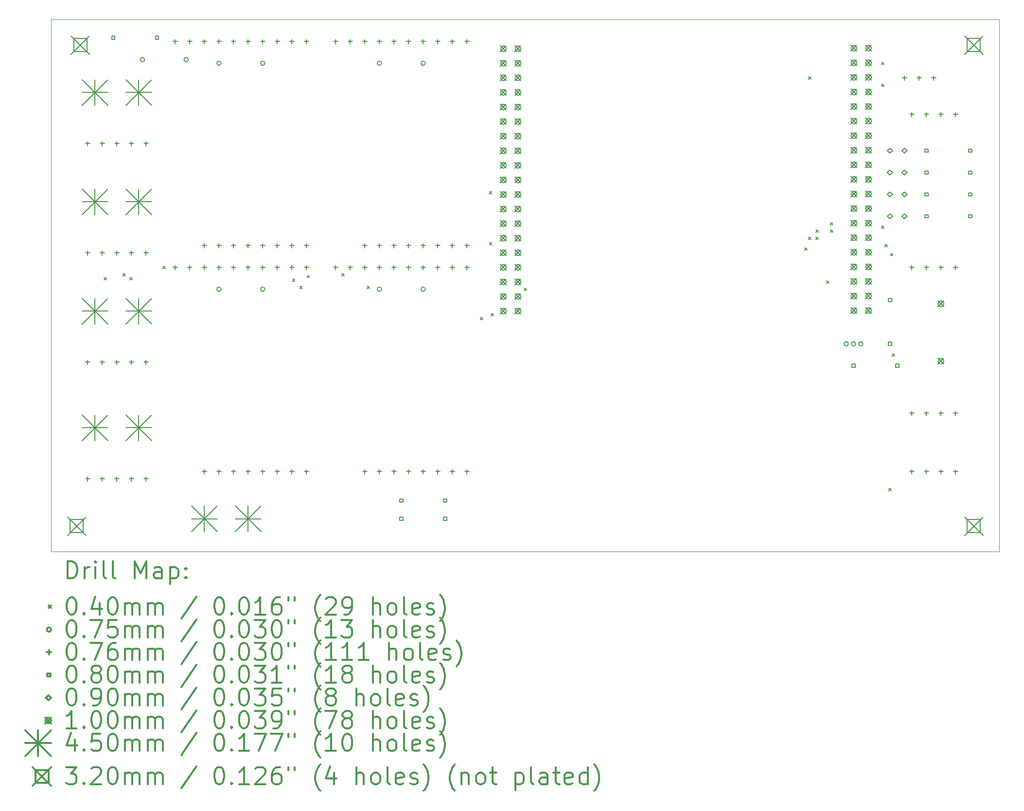
<source format=gbr>
%FSLAX45Y45*%
G04 Gerber Fmt 4.5, Leading zero omitted, Abs format (unit mm)*
G04 Created by KiCad (PCBNEW (5.1.9)-1) date 2021-06-19 16:20:08*
%MOMM*%
%LPD*%
G01*
G04 APERTURE LIST*
%TA.AperFunction,Profile*%
%ADD10C,0.050000*%
%TD*%
%ADD11C,0.200000*%
%ADD12C,0.300000*%
G04 APERTURE END LIST*
D10*
X6731000Y-3810000D02*
X6731000Y-13081000D01*
X23241000Y-3810000D02*
X6731000Y-3810000D01*
X23241000Y-13081000D02*
X23241000Y-3810000D01*
X6731000Y-13081000D02*
X23241000Y-13081000D01*
D11*
X7654500Y-8307500D02*
X7694500Y-8347500D01*
X7694500Y-8307500D02*
X7654500Y-8347500D01*
X7981000Y-8235000D02*
X8021000Y-8275000D01*
X8021000Y-8235000D02*
X7981000Y-8275000D01*
X8099000Y-8307500D02*
X8139000Y-8347500D01*
X8139000Y-8307500D02*
X8099000Y-8347500D01*
X8679500Y-8108000D02*
X8719500Y-8148000D01*
X8719500Y-8108000D02*
X8679500Y-8148000D01*
X10933750Y-8330250D02*
X10973750Y-8370250D01*
X10973750Y-8330250D02*
X10933750Y-8370250D01*
X11060750Y-8457250D02*
X11100750Y-8497250D01*
X11100750Y-8457250D02*
X11060750Y-8497250D01*
X11187750Y-8266750D02*
X11227750Y-8306750D01*
X11227750Y-8266750D02*
X11187750Y-8306750D01*
X11791000Y-8235000D02*
X11831000Y-8275000D01*
X11831000Y-8235000D02*
X11791000Y-8275000D01*
X12235500Y-8457600D02*
X12275500Y-8497600D01*
X12275500Y-8457600D02*
X12235500Y-8497600D01*
X14204000Y-8997000D02*
X14244000Y-9037000D01*
X14244000Y-8997000D02*
X14204000Y-9037000D01*
X14362750Y-6806250D02*
X14402750Y-6846250D01*
X14402750Y-6806250D02*
X14362750Y-6846250D01*
X14362750Y-7695250D02*
X14402750Y-7735250D01*
X14402750Y-7695250D02*
X14362750Y-7735250D01*
X14394500Y-8933500D02*
X14434500Y-8973500D01*
X14434500Y-8933500D02*
X14394500Y-8973500D01*
X14966000Y-8489000D02*
X15006000Y-8529000D01*
X15006000Y-8489000D02*
X14966000Y-8529000D01*
X19855500Y-7790500D02*
X19895500Y-7830500D01*
X19895500Y-7790500D02*
X19855500Y-7830500D01*
X19919000Y-4806000D02*
X19959000Y-4846000D01*
X19959000Y-4806000D02*
X19919000Y-4846000D01*
X19919000Y-7600000D02*
X19959000Y-7640000D01*
X19959000Y-7600000D02*
X19919000Y-7640000D01*
X20046000Y-7473000D02*
X20086000Y-7513000D01*
X20086000Y-7473000D02*
X20046000Y-7513000D01*
X20046000Y-7600000D02*
X20086000Y-7640000D01*
X20086000Y-7600000D02*
X20046000Y-7640000D01*
X20236500Y-8362000D02*
X20276500Y-8402000D01*
X20276500Y-8362000D02*
X20236500Y-8402000D01*
X20300000Y-7346000D02*
X20340000Y-7386000D01*
X20340000Y-7346000D02*
X20300000Y-7386000D01*
X20300000Y-7473000D02*
X20340000Y-7513000D01*
X20340000Y-7473000D02*
X20300000Y-7513000D01*
X21189000Y-4552000D02*
X21229000Y-4592000D01*
X21229000Y-4552000D02*
X21189000Y-4592000D01*
X21189000Y-4933000D02*
X21229000Y-4973000D01*
X21229000Y-4933000D02*
X21189000Y-4973000D01*
X21189000Y-7409500D02*
X21229000Y-7449500D01*
X21229000Y-7409500D02*
X21189000Y-7449500D01*
X21252500Y-7727000D02*
X21292500Y-7767000D01*
X21292500Y-7727000D02*
X21252500Y-7767000D01*
X21316000Y-11981500D02*
X21356000Y-12021500D01*
X21356000Y-11981500D02*
X21316000Y-12021500D01*
X21347750Y-7885750D02*
X21387750Y-7925750D01*
X21387750Y-7885750D02*
X21347750Y-7925750D01*
X21379500Y-9632000D02*
X21419500Y-9672000D01*
X21419500Y-9632000D02*
X21379500Y-9672000D01*
X8356000Y-4508500D02*
G75*
G03*
X8356000Y-4508500I-37500J0D01*
G01*
X9118000Y-4508500D02*
G75*
G03*
X9118000Y-4508500I-37500J0D01*
G01*
X9689500Y-4572000D02*
G75*
G03*
X9689500Y-4572000I-37500J0D01*
G01*
X9689500Y-8509000D02*
G75*
G03*
X9689500Y-8509000I-37500J0D01*
G01*
X10451500Y-4572000D02*
G75*
G03*
X10451500Y-4572000I-37500J0D01*
G01*
X10451500Y-8509000D02*
G75*
G03*
X10451500Y-8509000I-37500J0D01*
G01*
X12483500Y-4572000D02*
G75*
G03*
X12483500Y-4572000I-37500J0D01*
G01*
X12483500Y-8509000D02*
G75*
G03*
X12483500Y-8509000I-37500J0D01*
G01*
X13245500Y-4572000D02*
G75*
G03*
X13245500Y-4572000I-37500J0D01*
G01*
X13245500Y-8509000D02*
G75*
G03*
X13245500Y-8509000I-37500J0D01*
G01*
X20611500Y-9461500D02*
G75*
G03*
X20611500Y-9461500I-37500J0D01*
G01*
X20738500Y-9461500D02*
G75*
G03*
X20738500Y-9461500I-37500J0D01*
G01*
X20865500Y-9461500D02*
G75*
G03*
X20865500Y-9461500I-37500J0D01*
G01*
X7366000Y-5930900D02*
X7366000Y-6007100D01*
X7327900Y-5969000D02*
X7404100Y-5969000D01*
X7366000Y-7835900D02*
X7366000Y-7912100D01*
X7327900Y-7874000D02*
X7404100Y-7874000D01*
X7366000Y-9740900D02*
X7366000Y-9817100D01*
X7327900Y-9779000D02*
X7404100Y-9779000D01*
X7366000Y-11772900D02*
X7366000Y-11849100D01*
X7327900Y-11811000D02*
X7404100Y-11811000D01*
X7620000Y-5930900D02*
X7620000Y-6007100D01*
X7581900Y-5969000D02*
X7658100Y-5969000D01*
X7620000Y-7835900D02*
X7620000Y-7912100D01*
X7581900Y-7874000D02*
X7658100Y-7874000D01*
X7620000Y-9740900D02*
X7620000Y-9817100D01*
X7581900Y-9779000D02*
X7658100Y-9779000D01*
X7620000Y-11772900D02*
X7620000Y-11849100D01*
X7581900Y-11811000D02*
X7658100Y-11811000D01*
X7874000Y-5930900D02*
X7874000Y-6007100D01*
X7835900Y-5969000D02*
X7912100Y-5969000D01*
X7874000Y-7835900D02*
X7874000Y-7912100D01*
X7835900Y-7874000D02*
X7912100Y-7874000D01*
X7874000Y-9740900D02*
X7874000Y-9817100D01*
X7835900Y-9779000D02*
X7912100Y-9779000D01*
X7874000Y-11772900D02*
X7874000Y-11849100D01*
X7835900Y-11811000D02*
X7912100Y-11811000D01*
X8128000Y-5930900D02*
X8128000Y-6007100D01*
X8089900Y-5969000D02*
X8166100Y-5969000D01*
X8128000Y-7835900D02*
X8128000Y-7912100D01*
X8089900Y-7874000D02*
X8166100Y-7874000D01*
X8128000Y-9740900D02*
X8128000Y-9817100D01*
X8089900Y-9779000D02*
X8166100Y-9779000D01*
X8128000Y-11772900D02*
X8128000Y-11849100D01*
X8089900Y-11811000D02*
X8166100Y-11811000D01*
X8382000Y-5930900D02*
X8382000Y-6007100D01*
X8343900Y-5969000D02*
X8420100Y-5969000D01*
X8382000Y-7835900D02*
X8382000Y-7912100D01*
X8343900Y-7874000D02*
X8420100Y-7874000D01*
X8382000Y-9740900D02*
X8382000Y-9817100D01*
X8343900Y-9779000D02*
X8420100Y-9779000D01*
X8382000Y-11772900D02*
X8382000Y-11849100D01*
X8343900Y-11811000D02*
X8420100Y-11811000D01*
X8890000Y-4152900D02*
X8890000Y-4229100D01*
X8851900Y-4191000D02*
X8928100Y-4191000D01*
X8890000Y-8089900D02*
X8890000Y-8166100D01*
X8851900Y-8128000D02*
X8928100Y-8128000D01*
X9144000Y-4152900D02*
X9144000Y-4229100D01*
X9105900Y-4191000D02*
X9182100Y-4191000D01*
X9144000Y-8089900D02*
X9144000Y-8166100D01*
X9105900Y-8128000D02*
X9182100Y-8128000D01*
X9398000Y-4152900D02*
X9398000Y-4229100D01*
X9359900Y-4191000D02*
X9436100Y-4191000D01*
X9398000Y-7708900D02*
X9398000Y-7785100D01*
X9359900Y-7747000D02*
X9436100Y-7747000D01*
X9398000Y-8089900D02*
X9398000Y-8166100D01*
X9359900Y-8128000D02*
X9436100Y-8128000D01*
X9398000Y-11645900D02*
X9398000Y-11722100D01*
X9359900Y-11684000D02*
X9436100Y-11684000D01*
X9652000Y-4152900D02*
X9652000Y-4229100D01*
X9613900Y-4191000D02*
X9690100Y-4191000D01*
X9652000Y-7708900D02*
X9652000Y-7785100D01*
X9613900Y-7747000D02*
X9690100Y-7747000D01*
X9652000Y-8089900D02*
X9652000Y-8166100D01*
X9613900Y-8128000D02*
X9690100Y-8128000D01*
X9652000Y-11645900D02*
X9652000Y-11722100D01*
X9613900Y-11684000D02*
X9690100Y-11684000D01*
X9906000Y-4152900D02*
X9906000Y-4229100D01*
X9867900Y-4191000D02*
X9944100Y-4191000D01*
X9906000Y-7708900D02*
X9906000Y-7785100D01*
X9867900Y-7747000D02*
X9944100Y-7747000D01*
X9906000Y-8089900D02*
X9906000Y-8166100D01*
X9867900Y-8128000D02*
X9944100Y-8128000D01*
X9906000Y-11645900D02*
X9906000Y-11722100D01*
X9867900Y-11684000D02*
X9944100Y-11684000D01*
X10160000Y-4152900D02*
X10160000Y-4229100D01*
X10121900Y-4191000D02*
X10198100Y-4191000D01*
X10160000Y-7708900D02*
X10160000Y-7785100D01*
X10121900Y-7747000D02*
X10198100Y-7747000D01*
X10160000Y-8089900D02*
X10160000Y-8166100D01*
X10121900Y-8128000D02*
X10198100Y-8128000D01*
X10160000Y-11645900D02*
X10160000Y-11722100D01*
X10121900Y-11684000D02*
X10198100Y-11684000D01*
X10414000Y-4152900D02*
X10414000Y-4229100D01*
X10375900Y-4191000D02*
X10452100Y-4191000D01*
X10414000Y-7708900D02*
X10414000Y-7785100D01*
X10375900Y-7747000D02*
X10452100Y-7747000D01*
X10414000Y-8089900D02*
X10414000Y-8166100D01*
X10375900Y-8128000D02*
X10452100Y-8128000D01*
X10414000Y-11645900D02*
X10414000Y-11722100D01*
X10375900Y-11684000D02*
X10452100Y-11684000D01*
X10668000Y-4152900D02*
X10668000Y-4229100D01*
X10629900Y-4191000D02*
X10706100Y-4191000D01*
X10668000Y-7708900D02*
X10668000Y-7785100D01*
X10629900Y-7747000D02*
X10706100Y-7747000D01*
X10668000Y-8089900D02*
X10668000Y-8166100D01*
X10629900Y-8128000D02*
X10706100Y-8128000D01*
X10668000Y-11645900D02*
X10668000Y-11722100D01*
X10629900Y-11684000D02*
X10706100Y-11684000D01*
X10922000Y-4152900D02*
X10922000Y-4229100D01*
X10883900Y-4191000D02*
X10960100Y-4191000D01*
X10922000Y-7708900D02*
X10922000Y-7785100D01*
X10883900Y-7747000D02*
X10960100Y-7747000D01*
X10922000Y-8089900D02*
X10922000Y-8166100D01*
X10883900Y-8128000D02*
X10960100Y-8128000D01*
X10922000Y-11645900D02*
X10922000Y-11722100D01*
X10883900Y-11684000D02*
X10960100Y-11684000D01*
X11176000Y-4152900D02*
X11176000Y-4229100D01*
X11137900Y-4191000D02*
X11214100Y-4191000D01*
X11176000Y-7708900D02*
X11176000Y-7785100D01*
X11137900Y-7747000D02*
X11214100Y-7747000D01*
X11176000Y-8089900D02*
X11176000Y-8166100D01*
X11137900Y-8128000D02*
X11214100Y-8128000D01*
X11176000Y-11645900D02*
X11176000Y-11722100D01*
X11137900Y-11684000D02*
X11214100Y-11684000D01*
X11684000Y-4152900D02*
X11684000Y-4229100D01*
X11645900Y-4191000D02*
X11722100Y-4191000D01*
X11684000Y-8089900D02*
X11684000Y-8166100D01*
X11645900Y-8128000D02*
X11722100Y-8128000D01*
X11938000Y-4152900D02*
X11938000Y-4229100D01*
X11899900Y-4191000D02*
X11976100Y-4191000D01*
X11938000Y-8089900D02*
X11938000Y-8166100D01*
X11899900Y-8128000D02*
X11976100Y-8128000D01*
X12192000Y-4152900D02*
X12192000Y-4229100D01*
X12153900Y-4191000D02*
X12230100Y-4191000D01*
X12192000Y-7708900D02*
X12192000Y-7785100D01*
X12153900Y-7747000D02*
X12230100Y-7747000D01*
X12192000Y-8089900D02*
X12192000Y-8166100D01*
X12153900Y-8128000D02*
X12230100Y-8128000D01*
X12192000Y-11645900D02*
X12192000Y-11722100D01*
X12153900Y-11684000D02*
X12230100Y-11684000D01*
X12446000Y-4152900D02*
X12446000Y-4229100D01*
X12407900Y-4191000D02*
X12484100Y-4191000D01*
X12446000Y-7708900D02*
X12446000Y-7785100D01*
X12407900Y-7747000D02*
X12484100Y-7747000D01*
X12446000Y-8089900D02*
X12446000Y-8166100D01*
X12407900Y-8128000D02*
X12484100Y-8128000D01*
X12446000Y-11645900D02*
X12446000Y-11722100D01*
X12407900Y-11684000D02*
X12484100Y-11684000D01*
X12700000Y-4152900D02*
X12700000Y-4229100D01*
X12661900Y-4191000D02*
X12738100Y-4191000D01*
X12700000Y-7708900D02*
X12700000Y-7785100D01*
X12661900Y-7747000D02*
X12738100Y-7747000D01*
X12700000Y-8089900D02*
X12700000Y-8166100D01*
X12661900Y-8128000D02*
X12738100Y-8128000D01*
X12700000Y-11645900D02*
X12700000Y-11722100D01*
X12661900Y-11684000D02*
X12738100Y-11684000D01*
X12954000Y-4152900D02*
X12954000Y-4229100D01*
X12915900Y-4191000D02*
X12992100Y-4191000D01*
X12954000Y-7708900D02*
X12954000Y-7785100D01*
X12915900Y-7747000D02*
X12992100Y-7747000D01*
X12954000Y-8089900D02*
X12954000Y-8166100D01*
X12915900Y-8128000D02*
X12992100Y-8128000D01*
X12954000Y-11645900D02*
X12954000Y-11722100D01*
X12915900Y-11684000D02*
X12992100Y-11684000D01*
X13208000Y-4152900D02*
X13208000Y-4229100D01*
X13169900Y-4191000D02*
X13246100Y-4191000D01*
X13208000Y-7708900D02*
X13208000Y-7785100D01*
X13169900Y-7747000D02*
X13246100Y-7747000D01*
X13208000Y-8089900D02*
X13208000Y-8166100D01*
X13169900Y-8128000D02*
X13246100Y-8128000D01*
X13208000Y-11645900D02*
X13208000Y-11722100D01*
X13169900Y-11684000D02*
X13246100Y-11684000D01*
X13462000Y-4152900D02*
X13462000Y-4229100D01*
X13423900Y-4191000D02*
X13500100Y-4191000D01*
X13462000Y-7708900D02*
X13462000Y-7785100D01*
X13423900Y-7747000D02*
X13500100Y-7747000D01*
X13462000Y-8089900D02*
X13462000Y-8166100D01*
X13423900Y-8128000D02*
X13500100Y-8128000D01*
X13462000Y-11645900D02*
X13462000Y-11722100D01*
X13423900Y-11684000D02*
X13500100Y-11684000D01*
X13716000Y-4152900D02*
X13716000Y-4229100D01*
X13677900Y-4191000D02*
X13754100Y-4191000D01*
X13716000Y-7708900D02*
X13716000Y-7785100D01*
X13677900Y-7747000D02*
X13754100Y-7747000D01*
X13716000Y-8089900D02*
X13716000Y-8166100D01*
X13677900Y-8128000D02*
X13754100Y-8128000D01*
X13716000Y-11645900D02*
X13716000Y-11722100D01*
X13677900Y-11684000D02*
X13754100Y-11684000D01*
X13970000Y-4152900D02*
X13970000Y-4229100D01*
X13931900Y-4191000D02*
X14008100Y-4191000D01*
X13970000Y-7708900D02*
X13970000Y-7785100D01*
X13931900Y-7747000D02*
X14008100Y-7747000D01*
X13970000Y-8089900D02*
X13970000Y-8166100D01*
X13931900Y-8128000D02*
X14008100Y-8128000D01*
X13970000Y-11645900D02*
X13970000Y-11722100D01*
X13931900Y-11684000D02*
X14008100Y-11684000D01*
X21590000Y-4787900D02*
X21590000Y-4864100D01*
X21551900Y-4826000D02*
X21628100Y-4826000D01*
X21717000Y-5422900D02*
X21717000Y-5499100D01*
X21678900Y-5461000D02*
X21755100Y-5461000D01*
X21717000Y-8089900D02*
X21717000Y-8166100D01*
X21678900Y-8128000D02*
X21755100Y-8128000D01*
X21717000Y-10629900D02*
X21717000Y-10706100D01*
X21678900Y-10668000D02*
X21755100Y-10668000D01*
X21717000Y-11645900D02*
X21717000Y-11722100D01*
X21678900Y-11684000D02*
X21755100Y-11684000D01*
X21844000Y-4787900D02*
X21844000Y-4864100D01*
X21805900Y-4826000D02*
X21882100Y-4826000D01*
X21971000Y-5422900D02*
X21971000Y-5499100D01*
X21932900Y-5461000D02*
X22009100Y-5461000D01*
X21971000Y-8089900D02*
X21971000Y-8166100D01*
X21932900Y-8128000D02*
X22009100Y-8128000D01*
X21971000Y-10629900D02*
X21971000Y-10706100D01*
X21932900Y-10668000D02*
X22009100Y-10668000D01*
X21971000Y-11645900D02*
X21971000Y-11722100D01*
X21932900Y-11684000D02*
X22009100Y-11684000D01*
X22098000Y-4787900D02*
X22098000Y-4864100D01*
X22059900Y-4826000D02*
X22136100Y-4826000D01*
X22225000Y-5422900D02*
X22225000Y-5499100D01*
X22186900Y-5461000D02*
X22263100Y-5461000D01*
X22225000Y-8089900D02*
X22225000Y-8166100D01*
X22186900Y-8128000D02*
X22263100Y-8128000D01*
X22225000Y-10629900D02*
X22225000Y-10706100D01*
X22186900Y-10668000D02*
X22263100Y-10668000D01*
X22225000Y-11645900D02*
X22225000Y-11722100D01*
X22186900Y-11684000D02*
X22263100Y-11684000D01*
X22479000Y-5422900D02*
X22479000Y-5499100D01*
X22440900Y-5461000D02*
X22517100Y-5461000D01*
X22479000Y-8089900D02*
X22479000Y-8166100D01*
X22440900Y-8128000D02*
X22517100Y-8128000D01*
X22479000Y-10629900D02*
X22479000Y-10706100D01*
X22440900Y-10668000D02*
X22517100Y-10668000D01*
X22479000Y-11645900D02*
X22479000Y-11722100D01*
X22440900Y-11684000D02*
X22517100Y-11684000D01*
X7838784Y-4155784D02*
X7838784Y-4099215D01*
X7782215Y-4099215D01*
X7782215Y-4155784D01*
X7838784Y-4155784D01*
X8600785Y-4155784D02*
X8600785Y-4099215D01*
X8544216Y-4099215D01*
X8544216Y-4155784D01*
X8600785Y-4155784D01*
X12855284Y-12220284D02*
X12855284Y-12163715D01*
X12798715Y-12163715D01*
X12798715Y-12220284D01*
X12855284Y-12220284D01*
X12855284Y-12537784D02*
X12855284Y-12481215D01*
X12798715Y-12481215D01*
X12798715Y-12537784D01*
X12855284Y-12537784D01*
X13617284Y-12220284D02*
X13617284Y-12163715D01*
X13560715Y-12163715D01*
X13560715Y-12220284D01*
X13617284Y-12220284D01*
X13617284Y-12537784D02*
X13617284Y-12481215D01*
X13560715Y-12481215D01*
X13560715Y-12537784D01*
X13617284Y-12537784D01*
X20729285Y-9870785D02*
X20729285Y-9814216D01*
X20672716Y-9814216D01*
X20672716Y-9870785D01*
X20729285Y-9870785D01*
X21364285Y-8727785D02*
X21364285Y-8671216D01*
X21307716Y-8671216D01*
X21307716Y-8727785D01*
X21364285Y-8727785D01*
X21364285Y-9489785D02*
X21364285Y-9433216D01*
X21307716Y-9433216D01*
X21307716Y-9489785D01*
X21364285Y-9489785D01*
X21491285Y-9870785D02*
X21491285Y-9814216D01*
X21434716Y-9814216D01*
X21434716Y-9870785D01*
X21491285Y-9870785D01*
X21999285Y-6124284D02*
X21999285Y-6067715D01*
X21942716Y-6067715D01*
X21942716Y-6124284D01*
X21999285Y-6124284D01*
X21999285Y-6505284D02*
X21999285Y-6448715D01*
X21942716Y-6448715D01*
X21942716Y-6505284D01*
X21999285Y-6505284D01*
X21999285Y-6886284D02*
X21999285Y-6829715D01*
X21942716Y-6829715D01*
X21942716Y-6886284D01*
X21999285Y-6886284D01*
X21999285Y-7267284D02*
X21999285Y-7210715D01*
X21942716Y-7210715D01*
X21942716Y-7267284D01*
X21999285Y-7267284D01*
X22761284Y-6124284D02*
X22761284Y-6067715D01*
X22704715Y-6067715D01*
X22704715Y-6124284D01*
X22761284Y-6124284D01*
X22761284Y-6505284D02*
X22761284Y-6448715D01*
X22704715Y-6448715D01*
X22704715Y-6505284D01*
X22761284Y-6505284D01*
X22761284Y-6886284D02*
X22761284Y-6829715D01*
X22704715Y-6829715D01*
X22704715Y-6886284D01*
X22761284Y-6886284D01*
X22761284Y-7267284D02*
X22761284Y-7210715D01*
X22704715Y-7210715D01*
X22704715Y-7267284D01*
X22761284Y-7267284D01*
X21336000Y-6141000D02*
X21381000Y-6096000D01*
X21336000Y-6051000D01*
X21291000Y-6096000D01*
X21336000Y-6141000D01*
X21336000Y-6522000D02*
X21381000Y-6477000D01*
X21336000Y-6432000D01*
X21291000Y-6477000D01*
X21336000Y-6522000D01*
X21336000Y-6903000D02*
X21381000Y-6858000D01*
X21336000Y-6813000D01*
X21291000Y-6858000D01*
X21336000Y-6903000D01*
X21336000Y-7284000D02*
X21381000Y-7239000D01*
X21336000Y-7194000D01*
X21291000Y-7239000D01*
X21336000Y-7284000D01*
X21590000Y-6141000D02*
X21635000Y-6096000D01*
X21590000Y-6051000D01*
X21545000Y-6096000D01*
X21590000Y-6141000D01*
X21590000Y-6522000D02*
X21635000Y-6477000D01*
X21590000Y-6432000D01*
X21545000Y-6477000D01*
X21590000Y-6522000D01*
X21590000Y-6903000D02*
X21635000Y-6858000D01*
X21590000Y-6813000D01*
X21545000Y-6858000D01*
X21590000Y-6903000D01*
X21590000Y-7284000D02*
X21635000Y-7239000D01*
X21590000Y-7194000D01*
X21545000Y-7239000D01*
X21590000Y-7284000D01*
X14555000Y-4268000D02*
X14655000Y-4368000D01*
X14655000Y-4268000D02*
X14555000Y-4368000D01*
X14655000Y-4318000D02*
G75*
G03*
X14655000Y-4318000I-50000J0D01*
G01*
X14555000Y-4522000D02*
X14655000Y-4622000D01*
X14655000Y-4522000D02*
X14555000Y-4622000D01*
X14655000Y-4572000D02*
G75*
G03*
X14655000Y-4572000I-50000J0D01*
G01*
X14555000Y-4776000D02*
X14655000Y-4876000D01*
X14655000Y-4776000D02*
X14555000Y-4876000D01*
X14655000Y-4826000D02*
G75*
G03*
X14655000Y-4826000I-50000J0D01*
G01*
X14555000Y-5030000D02*
X14655000Y-5130000D01*
X14655000Y-5030000D02*
X14555000Y-5130000D01*
X14655000Y-5080000D02*
G75*
G03*
X14655000Y-5080000I-50000J0D01*
G01*
X14555000Y-5284000D02*
X14655000Y-5384000D01*
X14655000Y-5284000D02*
X14555000Y-5384000D01*
X14655000Y-5334000D02*
G75*
G03*
X14655000Y-5334000I-50000J0D01*
G01*
X14555000Y-5538000D02*
X14655000Y-5638000D01*
X14655000Y-5538000D02*
X14555000Y-5638000D01*
X14655000Y-5588000D02*
G75*
G03*
X14655000Y-5588000I-50000J0D01*
G01*
X14555000Y-5792000D02*
X14655000Y-5892000D01*
X14655000Y-5792000D02*
X14555000Y-5892000D01*
X14655000Y-5842000D02*
G75*
G03*
X14655000Y-5842000I-50000J0D01*
G01*
X14555000Y-6046000D02*
X14655000Y-6146000D01*
X14655000Y-6046000D02*
X14555000Y-6146000D01*
X14655000Y-6096000D02*
G75*
G03*
X14655000Y-6096000I-50000J0D01*
G01*
X14555000Y-6300000D02*
X14655000Y-6400000D01*
X14655000Y-6300000D02*
X14555000Y-6400000D01*
X14655000Y-6350000D02*
G75*
G03*
X14655000Y-6350000I-50000J0D01*
G01*
X14555000Y-6554000D02*
X14655000Y-6654000D01*
X14655000Y-6554000D02*
X14555000Y-6654000D01*
X14655000Y-6604000D02*
G75*
G03*
X14655000Y-6604000I-50000J0D01*
G01*
X14555000Y-6808000D02*
X14655000Y-6908000D01*
X14655000Y-6808000D02*
X14555000Y-6908000D01*
X14655000Y-6858000D02*
G75*
G03*
X14655000Y-6858000I-50000J0D01*
G01*
X14555000Y-7062000D02*
X14655000Y-7162000D01*
X14655000Y-7062000D02*
X14555000Y-7162000D01*
X14655000Y-7112000D02*
G75*
G03*
X14655000Y-7112000I-50000J0D01*
G01*
X14555000Y-7316000D02*
X14655000Y-7416000D01*
X14655000Y-7316000D02*
X14555000Y-7416000D01*
X14655000Y-7366000D02*
G75*
G03*
X14655000Y-7366000I-50000J0D01*
G01*
X14555000Y-7570000D02*
X14655000Y-7670000D01*
X14655000Y-7570000D02*
X14555000Y-7670000D01*
X14655000Y-7620000D02*
G75*
G03*
X14655000Y-7620000I-50000J0D01*
G01*
X14555000Y-7824000D02*
X14655000Y-7924000D01*
X14655000Y-7824000D02*
X14555000Y-7924000D01*
X14655000Y-7874000D02*
G75*
G03*
X14655000Y-7874000I-50000J0D01*
G01*
X14555000Y-8078000D02*
X14655000Y-8178000D01*
X14655000Y-8078000D02*
X14555000Y-8178000D01*
X14655000Y-8128000D02*
G75*
G03*
X14655000Y-8128000I-50000J0D01*
G01*
X14555000Y-8332000D02*
X14655000Y-8432000D01*
X14655000Y-8332000D02*
X14555000Y-8432000D01*
X14655000Y-8382000D02*
G75*
G03*
X14655000Y-8382000I-50000J0D01*
G01*
X14555000Y-8586000D02*
X14655000Y-8686000D01*
X14655000Y-8586000D02*
X14555000Y-8686000D01*
X14655000Y-8636000D02*
G75*
G03*
X14655000Y-8636000I-50000J0D01*
G01*
X14555000Y-8840000D02*
X14655000Y-8940000D01*
X14655000Y-8840000D02*
X14555000Y-8940000D01*
X14655000Y-8890000D02*
G75*
G03*
X14655000Y-8890000I-50000J0D01*
G01*
X14809000Y-4268000D02*
X14909000Y-4368000D01*
X14909000Y-4268000D02*
X14809000Y-4368000D01*
X14909000Y-4318000D02*
G75*
G03*
X14909000Y-4318000I-50000J0D01*
G01*
X14809000Y-4522000D02*
X14909000Y-4622000D01*
X14909000Y-4522000D02*
X14809000Y-4622000D01*
X14909000Y-4572000D02*
G75*
G03*
X14909000Y-4572000I-50000J0D01*
G01*
X14809000Y-4776000D02*
X14909000Y-4876000D01*
X14909000Y-4776000D02*
X14809000Y-4876000D01*
X14909000Y-4826000D02*
G75*
G03*
X14909000Y-4826000I-50000J0D01*
G01*
X14809000Y-5030000D02*
X14909000Y-5130000D01*
X14909000Y-5030000D02*
X14809000Y-5130000D01*
X14909000Y-5080000D02*
G75*
G03*
X14909000Y-5080000I-50000J0D01*
G01*
X14809000Y-5284000D02*
X14909000Y-5384000D01*
X14909000Y-5284000D02*
X14809000Y-5384000D01*
X14909000Y-5334000D02*
G75*
G03*
X14909000Y-5334000I-50000J0D01*
G01*
X14809000Y-5538000D02*
X14909000Y-5638000D01*
X14909000Y-5538000D02*
X14809000Y-5638000D01*
X14909000Y-5588000D02*
G75*
G03*
X14909000Y-5588000I-50000J0D01*
G01*
X14809000Y-5792000D02*
X14909000Y-5892000D01*
X14909000Y-5792000D02*
X14809000Y-5892000D01*
X14909000Y-5842000D02*
G75*
G03*
X14909000Y-5842000I-50000J0D01*
G01*
X14809000Y-6046000D02*
X14909000Y-6146000D01*
X14909000Y-6046000D02*
X14809000Y-6146000D01*
X14909000Y-6096000D02*
G75*
G03*
X14909000Y-6096000I-50000J0D01*
G01*
X14809000Y-6300000D02*
X14909000Y-6400000D01*
X14909000Y-6300000D02*
X14809000Y-6400000D01*
X14909000Y-6350000D02*
G75*
G03*
X14909000Y-6350000I-50000J0D01*
G01*
X14809000Y-6554000D02*
X14909000Y-6654000D01*
X14909000Y-6554000D02*
X14809000Y-6654000D01*
X14909000Y-6604000D02*
G75*
G03*
X14909000Y-6604000I-50000J0D01*
G01*
X14809000Y-6808000D02*
X14909000Y-6908000D01*
X14909000Y-6808000D02*
X14809000Y-6908000D01*
X14909000Y-6858000D02*
G75*
G03*
X14909000Y-6858000I-50000J0D01*
G01*
X14809000Y-7062000D02*
X14909000Y-7162000D01*
X14909000Y-7062000D02*
X14809000Y-7162000D01*
X14909000Y-7112000D02*
G75*
G03*
X14909000Y-7112000I-50000J0D01*
G01*
X14809000Y-7316000D02*
X14909000Y-7416000D01*
X14909000Y-7316000D02*
X14809000Y-7416000D01*
X14909000Y-7366000D02*
G75*
G03*
X14909000Y-7366000I-50000J0D01*
G01*
X14809000Y-7570000D02*
X14909000Y-7670000D01*
X14909000Y-7570000D02*
X14809000Y-7670000D01*
X14909000Y-7620000D02*
G75*
G03*
X14909000Y-7620000I-50000J0D01*
G01*
X14809000Y-7824000D02*
X14909000Y-7924000D01*
X14909000Y-7824000D02*
X14809000Y-7924000D01*
X14909000Y-7874000D02*
G75*
G03*
X14909000Y-7874000I-50000J0D01*
G01*
X14809000Y-8078000D02*
X14909000Y-8178000D01*
X14909000Y-8078000D02*
X14809000Y-8178000D01*
X14909000Y-8128000D02*
G75*
G03*
X14909000Y-8128000I-50000J0D01*
G01*
X14809000Y-8332000D02*
X14909000Y-8432000D01*
X14909000Y-8332000D02*
X14809000Y-8432000D01*
X14909000Y-8382000D02*
G75*
G03*
X14909000Y-8382000I-50000J0D01*
G01*
X14809000Y-8586000D02*
X14909000Y-8686000D01*
X14909000Y-8586000D02*
X14809000Y-8686000D01*
X14909000Y-8636000D02*
G75*
G03*
X14909000Y-8636000I-50000J0D01*
G01*
X14809000Y-8840000D02*
X14909000Y-8940000D01*
X14909000Y-8840000D02*
X14809000Y-8940000D01*
X14909000Y-8890000D02*
G75*
G03*
X14909000Y-8890000I-50000J0D01*
G01*
X20659500Y-4260000D02*
X20759500Y-4360000D01*
X20759500Y-4260000D02*
X20659500Y-4360000D01*
X20759500Y-4310000D02*
G75*
G03*
X20759500Y-4310000I-50000J0D01*
G01*
X20659500Y-4514000D02*
X20759500Y-4614000D01*
X20759500Y-4514000D02*
X20659500Y-4614000D01*
X20759500Y-4564000D02*
G75*
G03*
X20759500Y-4564000I-50000J0D01*
G01*
X20659500Y-4768000D02*
X20759500Y-4868000D01*
X20759500Y-4768000D02*
X20659500Y-4868000D01*
X20759500Y-4818000D02*
G75*
G03*
X20759500Y-4818000I-50000J0D01*
G01*
X20659500Y-5022000D02*
X20759500Y-5122000D01*
X20759500Y-5022000D02*
X20659500Y-5122000D01*
X20759500Y-5072000D02*
G75*
G03*
X20759500Y-5072000I-50000J0D01*
G01*
X20659500Y-5276000D02*
X20759500Y-5376000D01*
X20759500Y-5276000D02*
X20659500Y-5376000D01*
X20759500Y-5326000D02*
G75*
G03*
X20759500Y-5326000I-50000J0D01*
G01*
X20659500Y-5530000D02*
X20759500Y-5630000D01*
X20759500Y-5530000D02*
X20659500Y-5630000D01*
X20759500Y-5580000D02*
G75*
G03*
X20759500Y-5580000I-50000J0D01*
G01*
X20659500Y-5784000D02*
X20759500Y-5884000D01*
X20759500Y-5784000D02*
X20659500Y-5884000D01*
X20759500Y-5834000D02*
G75*
G03*
X20759500Y-5834000I-50000J0D01*
G01*
X20659500Y-6038000D02*
X20759500Y-6138000D01*
X20759500Y-6038000D02*
X20659500Y-6138000D01*
X20759500Y-6088000D02*
G75*
G03*
X20759500Y-6088000I-50000J0D01*
G01*
X20659500Y-6292000D02*
X20759500Y-6392000D01*
X20759500Y-6292000D02*
X20659500Y-6392000D01*
X20759500Y-6342000D02*
G75*
G03*
X20759500Y-6342000I-50000J0D01*
G01*
X20659500Y-6546000D02*
X20759500Y-6646000D01*
X20759500Y-6546000D02*
X20659500Y-6646000D01*
X20759500Y-6596000D02*
G75*
G03*
X20759500Y-6596000I-50000J0D01*
G01*
X20659500Y-6800000D02*
X20759500Y-6900000D01*
X20759500Y-6800000D02*
X20659500Y-6900000D01*
X20759500Y-6850000D02*
G75*
G03*
X20759500Y-6850000I-50000J0D01*
G01*
X20659500Y-7054000D02*
X20759500Y-7154000D01*
X20759500Y-7054000D02*
X20659500Y-7154000D01*
X20759500Y-7104000D02*
G75*
G03*
X20759500Y-7104000I-50000J0D01*
G01*
X20659500Y-7308000D02*
X20759500Y-7408000D01*
X20759500Y-7308000D02*
X20659500Y-7408000D01*
X20759500Y-7358000D02*
G75*
G03*
X20759500Y-7358000I-50000J0D01*
G01*
X20659500Y-7562000D02*
X20759500Y-7662000D01*
X20759500Y-7562000D02*
X20659500Y-7662000D01*
X20759500Y-7612000D02*
G75*
G03*
X20759500Y-7612000I-50000J0D01*
G01*
X20659500Y-7816000D02*
X20759500Y-7916000D01*
X20759500Y-7816000D02*
X20659500Y-7916000D01*
X20759500Y-7866000D02*
G75*
G03*
X20759500Y-7866000I-50000J0D01*
G01*
X20659500Y-8070000D02*
X20759500Y-8170000D01*
X20759500Y-8070000D02*
X20659500Y-8170000D01*
X20759500Y-8120000D02*
G75*
G03*
X20759500Y-8120000I-50000J0D01*
G01*
X20659500Y-8324000D02*
X20759500Y-8424000D01*
X20759500Y-8324000D02*
X20659500Y-8424000D01*
X20759500Y-8374000D02*
G75*
G03*
X20759500Y-8374000I-50000J0D01*
G01*
X20659500Y-8578000D02*
X20759500Y-8678000D01*
X20759500Y-8578000D02*
X20659500Y-8678000D01*
X20759500Y-8628000D02*
G75*
G03*
X20759500Y-8628000I-50000J0D01*
G01*
X20659500Y-8832000D02*
X20759500Y-8932000D01*
X20759500Y-8832000D02*
X20659500Y-8932000D01*
X20759500Y-8882000D02*
G75*
G03*
X20759500Y-8882000I-50000J0D01*
G01*
X20913500Y-4260000D02*
X21013500Y-4360000D01*
X21013500Y-4260000D02*
X20913500Y-4360000D01*
X21013500Y-4310000D02*
G75*
G03*
X21013500Y-4310000I-50000J0D01*
G01*
X20913500Y-4514000D02*
X21013500Y-4614000D01*
X21013500Y-4514000D02*
X20913500Y-4614000D01*
X21013500Y-4564000D02*
G75*
G03*
X21013500Y-4564000I-50000J0D01*
G01*
X20913500Y-4768000D02*
X21013500Y-4868000D01*
X21013500Y-4768000D02*
X20913500Y-4868000D01*
X21013500Y-4818000D02*
G75*
G03*
X21013500Y-4818000I-50000J0D01*
G01*
X20913500Y-5022000D02*
X21013500Y-5122000D01*
X21013500Y-5022000D02*
X20913500Y-5122000D01*
X21013500Y-5072000D02*
G75*
G03*
X21013500Y-5072000I-50000J0D01*
G01*
X20913500Y-5276000D02*
X21013500Y-5376000D01*
X21013500Y-5276000D02*
X20913500Y-5376000D01*
X21013500Y-5326000D02*
G75*
G03*
X21013500Y-5326000I-50000J0D01*
G01*
X20913500Y-5530000D02*
X21013500Y-5630000D01*
X21013500Y-5530000D02*
X20913500Y-5630000D01*
X21013500Y-5580000D02*
G75*
G03*
X21013500Y-5580000I-50000J0D01*
G01*
X20913500Y-5784000D02*
X21013500Y-5884000D01*
X21013500Y-5784000D02*
X20913500Y-5884000D01*
X21013500Y-5834000D02*
G75*
G03*
X21013500Y-5834000I-50000J0D01*
G01*
X20913500Y-6038000D02*
X21013500Y-6138000D01*
X21013500Y-6038000D02*
X20913500Y-6138000D01*
X21013500Y-6088000D02*
G75*
G03*
X21013500Y-6088000I-50000J0D01*
G01*
X20913500Y-6292000D02*
X21013500Y-6392000D01*
X21013500Y-6292000D02*
X20913500Y-6392000D01*
X21013500Y-6342000D02*
G75*
G03*
X21013500Y-6342000I-50000J0D01*
G01*
X20913500Y-6546000D02*
X21013500Y-6646000D01*
X21013500Y-6546000D02*
X20913500Y-6646000D01*
X21013500Y-6596000D02*
G75*
G03*
X21013500Y-6596000I-50000J0D01*
G01*
X20913500Y-6800000D02*
X21013500Y-6900000D01*
X21013500Y-6800000D02*
X20913500Y-6900000D01*
X21013500Y-6850000D02*
G75*
G03*
X21013500Y-6850000I-50000J0D01*
G01*
X20913500Y-7054000D02*
X21013500Y-7154000D01*
X21013500Y-7054000D02*
X20913500Y-7154000D01*
X21013500Y-7104000D02*
G75*
G03*
X21013500Y-7104000I-50000J0D01*
G01*
X20913500Y-7308000D02*
X21013500Y-7408000D01*
X21013500Y-7308000D02*
X20913500Y-7408000D01*
X21013500Y-7358000D02*
G75*
G03*
X21013500Y-7358000I-50000J0D01*
G01*
X20913500Y-7562000D02*
X21013500Y-7662000D01*
X21013500Y-7562000D02*
X20913500Y-7662000D01*
X21013500Y-7612000D02*
G75*
G03*
X21013500Y-7612000I-50000J0D01*
G01*
X20913500Y-7816000D02*
X21013500Y-7916000D01*
X21013500Y-7816000D02*
X20913500Y-7916000D01*
X21013500Y-7866000D02*
G75*
G03*
X21013500Y-7866000I-50000J0D01*
G01*
X20913500Y-8070000D02*
X21013500Y-8170000D01*
X21013500Y-8070000D02*
X20913500Y-8170000D01*
X21013500Y-8120000D02*
G75*
G03*
X21013500Y-8120000I-50000J0D01*
G01*
X20913500Y-8324000D02*
X21013500Y-8424000D01*
X21013500Y-8324000D02*
X20913500Y-8424000D01*
X21013500Y-8374000D02*
G75*
G03*
X21013500Y-8374000I-50000J0D01*
G01*
X20913500Y-8578000D02*
X21013500Y-8678000D01*
X21013500Y-8578000D02*
X20913500Y-8678000D01*
X21013500Y-8628000D02*
G75*
G03*
X21013500Y-8628000I-50000J0D01*
G01*
X20913500Y-8832000D02*
X21013500Y-8932000D01*
X21013500Y-8832000D02*
X20913500Y-8932000D01*
X21013500Y-8882000D02*
G75*
G03*
X21013500Y-8882000I-50000J0D01*
G01*
X22175000Y-8713000D02*
X22275000Y-8813000D01*
X22275000Y-8713000D02*
X22175000Y-8813000D01*
X22275000Y-8763000D02*
G75*
G03*
X22275000Y-8763000I-50000J0D01*
G01*
X22175000Y-9713000D02*
X22275000Y-9813000D01*
X22275000Y-9713000D02*
X22175000Y-9813000D01*
X22275000Y-9763000D02*
G75*
G03*
X22275000Y-9763000I-50000J0D01*
G01*
X7268000Y-4855000D02*
X7718000Y-5305000D01*
X7718000Y-4855000D02*
X7268000Y-5305000D01*
X7493000Y-4855000D02*
X7493000Y-5305000D01*
X7268000Y-5080000D02*
X7718000Y-5080000D01*
X7268000Y-6760000D02*
X7718000Y-7210000D01*
X7718000Y-6760000D02*
X7268000Y-7210000D01*
X7493000Y-6760000D02*
X7493000Y-7210000D01*
X7268000Y-6985000D02*
X7718000Y-6985000D01*
X7268000Y-8665000D02*
X7718000Y-9115000D01*
X7718000Y-8665000D02*
X7268000Y-9115000D01*
X7493000Y-8665000D02*
X7493000Y-9115000D01*
X7268000Y-8890000D02*
X7718000Y-8890000D01*
X7268000Y-10697000D02*
X7718000Y-11147000D01*
X7718000Y-10697000D02*
X7268000Y-11147000D01*
X7493000Y-10697000D02*
X7493000Y-11147000D01*
X7268000Y-10922000D02*
X7718000Y-10922000D01*
X8030000Y-4855000D02*
X8480000Y-5305000D01*
X8480000Y-4855000D02*
X8030000Y-5305000D01*
X8255000Y-4855000D02*
X8255000Y-5305000D01*
X8030000Y-5080000D02*
X8480000Y-5080000D01*
X8030000Y-6760000D02*
X8480000Y-7210000D01*
X8480000Y-6760000D02*
X8030000Y-7210000D01*
X8255000Y-6760000D02*
X8255000Y-7210000D01*
X8030000Y-6985000D02*
X8480000Y-6985000D01*
X8030000Y-8665000D02*
X8480000Y-9115000D01*
X8480000Y-8665000D02*
X8030000Y-9115000D01*
X8255000Y-8665000D02*
X8255000Y-9115000D01*
X8030000Y-8890000D02*
X8480000Y-8890000D01*
X8030000Y-10697000D02*
X8480000Y-11147000D01*
X8480000Y-10697000D02*
X8030000Y-11147000D01*
X8255000Y-10697000D02*
X8255000Y-11147000D01*
X8030000Y-10922000D02*
X8480000Y-10922000D01*
X9173000Y-12284500D02*
X9623000Y-12734500D01*
X9623000Y-12284500D02*
X9173000Y-12734500D01*
X9398000Y-12284500D02*
X9398000Y-12734500D01*
X9173000Y-12509500D02*
X9623000Y-12509500D01*
X9935000Y-12284500D02*
X10385000Y-12734500D01*
X10385000Y-12284500D02*
X9935000Y-12734500D01*
X10160000Y-12284500D02*
X10160000Y-12734500D01*
X9935000Y-12509500D02*
X10385000Y-12509500D01*
X7015500Y-12476500D02*
X7335500Y-12796500D01*
X7335500Y-12476500D02*
X7015500Y-12796500D01*
X7288638Y-12749638D02*
X7288638Y-12523362D01*
X7062362Y-12523362D01*
X7062362Y-12749638D01*
X7288638Y-12749638D01*
X7079000Y-4094500D02*
X7399000Y-4414500D01*
X7399000Y-4094500D02*
X7079000Y-4414500D01*
X7352138Y-4367638D02*
X7352138Y-4141362D01*
X7125862Y-4141362D01*
X7125862Y-4367638D01*
X7352138Y-4367638D01*
X22636500Y-4094500D02*
X22956500Y-4414500D01*
X22956500Y-4094500D02*
X22636500Y-4414500D01*
X22909638Y-4367638D02*
X22909638Y-4141362D01*
X22683362Y-4141362D01*
X22683362Y-4367638D01*
X22909638Y-4367638D01*
X22636500Y-12476500D02*
X22956500Y-12796500D01*
X22956500Y-12476500D02*
X22636500Y-12796500D01*
X22909638Y-12749638D02*
X22909638Y-12523362D01*
X22683362Y-12523362D01*
X22683362Y-12749638D01*
X22909638Y-12749638D01*
D12*
X7014928Y-13549214D02*
X7014928Y-13249214D01*
X7086357Y-13249214D01*
X7129214Y-13263500D01*
X7157786Y-13292071D01*
X7172071Y-13320643D01*
X7186357Y-13377786D01*
X7186357Y-13420643D01*
X7172071Y-13477786D01*
X7157786Y-13506357D01*
X7129214Y-13534929D01*
X7086357Y-13549214D01*
X7014928Y-13549214D01*
X7314928Y-13549214D02*
X7314928Y-13349214D01*
X7314928Y-13406357D02*
X7329214Y-13377786D01*
X7343500Y-13363500D01*
X7372071Y-13349214D01*
X7400643Y-13349214D01*
X7500643Y-13549214D02*
X7500643Y-13349214D01*
X7500643Y-13249214D02*
X7486357Y-13263500D01*
X7500643Y-13277786D01*
X7514928Y-13263500D01*
X7500643Y-13249214D01*
X7500643Y-13277786D01*
X7686357Y-13549214D02*
X7657786Y-13534929D01*
X7643500Y-13506357D01*
X7643500Y-13249214D01*
X7843500Y-13549214D02*
X7814928Y-13534929D01*
X7800643Y-13506357D01*
X7800643Y-13249214D01*
X8186357Y-13549214D02*
X8186357Y-13249214D01*
X8286357Y-13463500D01*
X8386357Y-13249214D01*
X8386357Y-13549214D01*
X8657786Y-13549214D02*
X8657786Y-13392071D01*
X8643500Y-13363500D01*
X8614928Y-13349214D01*
X8557786Y-13349214D01*
X8529214Y-13363500D01*
X8657786Y-13534929D02*
X8629214Y-13549214D01*
X8557786Y-13549214D01*
X8529214Y-13534929D01*
X8514928Y-13506357D01*
X8514928Y-13477786D01*
X8529214Y-13449214D01*
X8557786Y-13434929D01*
X8629214Y-13434929D01*
X8657786Y-13420643D01*
X8800643Y-13349214D02*
X8800643Y-13649214D01*
X8800643Y-13363500D02*
X8829214Y-13349214D01*
X8886357Y-13349214D01*
X8914928Y-13363500D01*
X8929214Y-13377786D01*
X8943500Y-13406357D01*
X8943500Y-13492071D01*
X8929214Y-13520643D01*
X8914928Y-13534929D01*
X8886357Y-13549214D01*
X8829214Y-13549214D01*
X8800643Y-13534929D01*
X9072071Y-13520643D02*
X9086357Y-13534929D01*
X9072071Y-13549214D01*
X9057786Y-13534929D01*
X9072071Y-13520643D01*
X9072071Y-13549214D01*
X9072071Y-13363500D02*
X9086357Y-13377786D01*
X9072071Y-13392071D01*
X9057786Y-13377786D01*
X9072071Y-13363500D01*
X9072071Y-13392071D01*
X6688500Y-14023500D02*
X6728500Y-14063500D01*
X6728500Y-14023500D02*
X6688500Y-14063500D01*
X7072071Y-13879214D02*
X7100643Y-13879214D01*
X7129214Y-13893500D01*
X7143500Y-13907786D01*
X7157786Y-13936357D01*
X7172071Y-13993500D01*
X7172071Y-14064929D01*
X7157786Y-14122071D01*
X7143500Y-14150643D01*
X7129214Y-14164929D01*
X7100643Y-14179214D01*
X7072071Y-14179214D01*
X7043500Y-14164929D01*
X7029214Y-14150643D01*
X7014928Y-14122071D01*
X7000643Y-14064929D01*
X7000643Y-13993500D01*
X7014928Y-13936357D01*
X7029214Y-13907786D01*
X7043500Y-13893500D01*
X7072071Y-13879214D01*
X7300643Y-14150643D02*
X7314928Y-14164929D01*
X7300643Y-14179214D01*
X7286357Y-14164929D01*
X7300643Y-14150643D01*
X7300643Y-14179214D01*
X7572071Y-13979214D02*
X7572071Y-14179214D01*
X7500643Y-13864929D02*
X7429214Y-14079214D01*
X7614928Y-14079214D01*
X7786357Y-13879214D02*
X7814928Y-13879214D01*
X7843500Y-13893500D01*
X7857786Y-13907786D01*
X7872071Y-13936357D01*
X7886357Y-13993500D01*
X7886357Y-14064929D01*
X7872071Y-14122071D01*
X7857786Y-14150643D01*
X7843500Y-14164929D01*
X7814928Y-14179214D01*
X7786357Y-14179214D01*
X7757786Y-14164929D01*
X7743500Y-14150643D01*
X7729214Y-14122071D01*
X7714928Y-14064929D01*
X7714928Y-13993500D01*
X7729214Y-13936357D01*
X7743500Y-13907786D01*
X7757786Y-13893500D01*
X7786357Y-13879214D01*
X8014928Y-14179214D02*
X8014928Y-13979214D01*
X8014928Y-14007786D02*
X8029214Y-13993500D01*
X8057786Y-13979214D01*
X8100643Y-13979214D01*
X8129214Y-13993500D01*
X8143500Y-14022071D01*
X8143500Y-14179214D01*
X8143500Y-14022071D02*
X8157786Y-13993500D01*
X8186357Y-13979214D01*
X8229214Y-13979214D01*
X8257786Y-13993500D01*
X8272071Y-14022071D01*
X8272071Y-14179214D01*
X8414928Y-14179214D02*
X8414928Y-13979214D01*
X8414928Y-14007786D02*
X8429214Y-13993500D01*
X8457786Y-13979214D01*
X8500643Y-13979214D01*
X8529214Y-13993500D01*
X8543500Y-14022071D01*
X8543500Y-14179214D01*
X8543500Y-14022071D02*
X8557786Y-13993500D01*
X8586357Y-13979214D01*
X8629214Y-13979214D01*
X8657786Y-13993500D01*
X8672071Y-14022071D01*
X8672071Y-14179214D01*
X9257786Y-13864929D02*
X9000643Y-14250643D01*
X9643500Y-13879214D02*
X9672071Y-13879214D01*
X9700643Y-13893500D01*
X9714928Y-13907786D01*
X9729214Y-13936357D01*
X9743500Y-13993500D01*
X9743500Y-14064929D01*
X9729214Y-14122071D01*
X9714928Y-14150643D01*
X9700643Y-14164929D01*
X9672071Y-14179214D01*
X9643500Y-14179214D01*
X9614928Y-14164929D01*
X9600643Y-14150643D01*
X9586357Y-14122071D01*
X9572071Y-14064929D01*
X9572071Y-13993500D01*
X9586357Y-13936357D01*
X9600643Y-13907786D01*
X9614928Y-13893500D01*
X9643500Y-13879214D01*
X9872071Y-14150643D02*
X9886357Y-14164929D01*
X9872071Y-14179214D01*
X9857786Y-14164929D01*
X9872071Y-14150643D01*
X9872071Y-14179214D01*
X10072071Y-13879214D02*
X10100643Y-13879214D01*
X10129214Y-13893500D01*
X10143500Y-13907786D01*
X10157786Y-13936357D01*
X10172071Y-13993500D01*
X10172071Y-14064929D01*
X10157786Y-14122071D01*
X10143500Y-14150643D01*
X10129214Y-14164929D01*
X10100643Y-14179214D01*
X10072071Y-14179214D01*
X10043500Y-14164929D01*
X10029214Y-14150643D01*
X10014928Y-14122071D01*
X10000643Y-14064929D01*
X10000643Y-13993500D01*
X10014928Y-13936357D01*
X10029214Y-13907786D01*
X10043500Y-13893500D01*
X10072071Y-13879214D01*
X10457786Y-14179214D02*
X10286357Y-14179214D01*
X10372071Y-14179214D02*
X10372071Y-13879214D01*
X10343500Y-13922071D01*
X10314928Y-13950643D01*
X10286357Y-13964929D01*
X10714928Y-13879214D02*
X10657786Y-13879214D01*
X10629214Y-13893500D01*
X10614928Y-13907786D01*
X10586357Y-13950643D01*
X10572071Y-14007786D01*
X10572071Y-14122071D01*
X10586357Y-14150643D01*
X10600643Y-14164929D01*
X10629214Y-14179214D01*
X10686357Y-14179214D01*
X10714928Y-14164929D01*
X10729214Y-14150643D01*
X10743500Y-14122071D01*
X10743500Y-14050643D01*
X10729214Y-14022071D01*
X10714928Y-14007786D01*
X10686357Y-13993500D01*
X10629214Y-13993500D01*
X10600643Y-14007786D01*
X10586357Y-14022071D01*
X10572071Y-14050643D01*
X10857786Y-13879214D02*
X10857786Y-13936357D01*
X10972071Y-13879214D02*
X10972071Y-13936357D01*
X11414928Y-14293500D02*
X11400643Y-14279214D01*
X11372071Y-14236357D01*
X11357786Y-14207786D01*
X11343500Y-14164929D01*
X11329214Y-14093500D01*
X11329214Y-14036357D01*
X11343500Y-13964929D01*
X11357786Y-13922071D01*
X11372071Y-13893500D01*
X11400643Y-13850643D01*
X11414928Y-13836357D01*
X11514928Y-13907786D02*
X11529214Y-13893500D01*
X11557786Y-13879214D01*
X11629214Y-13879214D01*
X11657786Y-13893500D01*
X11672071Y-13907786D01*
X11686357Y-13936357D01*
X11686357Y-13964929D01*
X11672071Y-14007786D01*
X11500643Y-14179214D01*
X11686357Y-14179214D01*
X11829214Y-14179214D02*
X11886357Y-14179214D01*
X11914928Y-14164929D01*
X11929214Y-14150643D01*
X11957786Y-14107786D01*
X11972071Y-14050643D01*
X11972071Y-13936357D01*
X11957786Y-13907786D01*
X11943500Y-13893500D01*
X11914928Y-13879214D01*
X11857786Y-13879214D01*
X11829214Y-13893500D01*
X11814928Y-13907786D01*
X11800643Y-13936357D01*
X11800643Y-14007786D01*
X11814928Y-14036357D01*
X11829214Y-14050643D01*
X11857786Y-14064929D01*
X11914928Y-14064929D01*
X11943500Y-14050643D01*
X11957786Y-14036357D01*
X11972071Y-14007786D01*
X12329214Y-14179214D02*
X12329214Y-13879214D01*
X12457786Y-14179214D02*
X12457786Y-14022071D01*
X12443500Y-13993500D01*
X12414928Y-13979214D01*
X12372071Y-13979214D01*
X12343500Y-13993500D01*
X12329214Y-14007786D01*
X12643500Y-14179214D02*
X12614928Y-14164929D01*
X12600643Y-14150643D01*
X12586357Y-14122071D01*
X12586357Y-14036357D01*
X12600643Y-14007786D01*
X12614928Y-13993500D01*
X12643500Y-13979214D01*
X12686357Y-13979214D01*
X12714928Y-13993500D01*
X12729214Y-14007786D01*
X12743500Y-14036357D01*
X12743500Y-14122071D01*
X12729214Y-14150643D01*
X12714928Y-14164929D01*
X12686357Y-14179214D01*
X12643500Y-14179214D01*
X12914928Y-14179214D02*
X12886357Y-14164929D01*
X12872071Y-14136357D01*
X12872071Y-13879214D01*
X13143500Y-14164929D02*
X13114928Y-14179214D01*
X13057786Y-14179214D01*
X13029214Y-14164929D01*
X13014928Y-14136357D01*
X13014928Y-14022071D01*
X13029214Y-13993500D01*
X13057786Y-13979214D01*
X13114928Y-13979214D01*
X13143500Y-13993500D01*
X13157786Y-14022071D01*
X13157786Y-14050643D01*
X13014928Y-14079214D01*
X13272071Y-14164929D02*
X13300643Y-14179214D01*
X13357786Y-14179214D01*
X13386357Y-14164929D01*
X13400643Y-14136357D01*
X13400643Y-14122071D01*
X13386357Y-14093500D01*
X13357786Y-14079214D01*
X13314928Y-14079214D01*
X13286357Y-14064929D01*
X13272071Y-14036357D01*
X13272071Y-14022071D01*
X13286357Y-13993500D01*
X13314928Y-13979214D01*
X13357786Y-13979214D01*
X13386357Y-13993500D01*
X13500643Y-14293500D02*
X13514928Y-14279214D01*
X13543500Y-14236357D01*
X13557786Y-14207786D01*
X13572071Y-14164929D01*
X13586357Y-14093500D01*
X13586357Y-14036357D01*
X13572071Y-13964929D01*
X13557786Y-13922071D01*
X13543500Y-13893500D01*
X13514928Y-13850643D01*
X13500643Y-13836357D01*
X6728500Y-14439500D02*
G75*
G03*
X6728500Y-14439500I-37500J0D01*
G01*
X7072071Y-14275214D02*
X7100643Y-14275214D01*
X7129214Y-14289500D01*
X7143500Y-14303786D01*
X7157786Y-14332357D01*
X7172071Y-14389500D01*
X7172071Y-14460929D01*
X7157786Y-14518071D01*
X7143500Y-14546643D01*
X7129214Y-14560929D01*
X7100643Y-14575214D01*
X7072071Y-14575214D01*
X7043500Y-14560929D01*
X7029214Y-14546643D01*
X7014928Y-14518071D01*
X7000643Y-14460929D01*
X7000643Y-14389500D01*
X7014928Y-14332357D01*
X7029214Y-14303786D01*
X7043500Y-14289500D01*
X7072071Y-14275214D01*
X7300643Y-14546643D02*
X7314928Y-14560929D01*
X7300643Y-14575214D01*
X7286357Y-14560929D01*
X7300643Y-14546643D01*
X7300643Y-14575214D01*
X7414928Y-14275214D02*
X7614928Y-14275214D01*
X7486357Y-14575214D01*
X7872071Y-14275214D02*
X7729214Y-14275214D01*
X7714928Y-14418071D01*
X7729214Y-14403786D01*
X7757786Y-14389500D01*
X7829214Y-14389500D01*
X7857786Y-14403786D01*
X7872071Y-14418071D01*
X7886357Y-14446643D01*
X7886357Y-14518071D01*
X7872071Y-14546643D01*
X7857786Y-14560929D01*
X7829214Y-14575214D01*
X7757786Y-14575214D01*
X7729214Y-14560929D01*
X7714928Y-14546643D01*
X8014928Y-14575214D02*
X8014928Y-14375214D01*
X8014928Y-14403786D02*
X8029214Y-14389500D01*
X8057786Y-14375214D01*
X8100643Y-14375214D01*
X8129214Y-14389500D01*
X8143500Y-14418071D01*
X8143500Y-14575214D01*
X8143500Y-14418071D02*
X8157786Y-14389500D01*
X8186357Y-14375214D01*
X8229214Y-14375214D01*
X8257786Y-14389500D01*
X8272071Y-14418071D01*
X8272071Y-14575214D01*
X8414928Y-14575214D02*
X8414928Y-14375214D01*
X8414928Y-14403786D02*
X8429214Y-14389500D01*
X8457786Y-14375214D01*
X8500643Y-14375214D01*
X8529214Y-14389500D01*
X8543500Y-14418071D01*
X8543500Y-14575214D01*
X8543500Y-14418071D02*
X8557786Y-14389500D01*
X8586357Y-14375214D01*
X8629214Y-14375214D01*
X8657786Y-14389500D01*
X8672071Y-14418071D01*
X8672071Y-14575214D01*
X9257786Y-14260929D02*
X9000643Y-14646643D01*
X9643500Y-14275214D02*
X9672071Y-14275214D01*
X9700643Y-14289500D01*
X9714928Y-14303786D01*
X9729214Y-14332357D01*
X9743500Y-14389500D01*
X9743500Y-14460929D01*
X9729214Y-14518071D01*
X9714928Y-14546643D01*
X9700643Y-14560929D01*
X9672071Y-14575214D01*
X9643500Y-14575214D01*
X9614928Y-14560929D01*
X9600643Y-14546643D01*
X9586357Y-14518071D01*
X9572071Y-14460929D01*
X9572071Y-14389500D01*
X9586357Y-14332357D01*
X9600643Y-14303786D01*
X9614928Y-14289500D01*
X9643500Y-14275214D01*
X9872071Y-14546643D02*
X9886357Y-14560929D01*
X9872071Y-14575214D01*
X9857786Y-14560929D01*
X9872071Y-14546643D01*
X9872071Y-14575214D01*
X10072071Y-14275214D02*
X10100643Y-14275214D01*
X10129214Y-14289500D01*
X10143500Y-14303786D01*
X10157786Y-14332357D01*
X10172071Y-14389500D01*
X10172071Y-14460929D01*
X10157786Y-14518071D01*
X10143500Y-14546643D01*
X10129214Y-14560929D01*
X10100643Y-14575214D01*
X10072071Y-14575214D01*
X10043500Y-14560929D01*
X10029214Y-14546643D01*
X10014928Y-14518071D01*
X10000643Y-14460929D01*
X10000643Y-14389500D01*
X10014928Y-14332357D01*
X10029214Y-14303786D01*
X10043500Y-14289500D01*
X10072071Y-14275214D01*
X10272071Y-14275214D02*
X10457786Y-14275214D01*
X10357786Y-14389500D01*
X10400643Y-14389500D01*
X10429214Y-14403786D01*
X10443500Y-14418071D01*
X10457786Y-14446643D01*
X10457786Y-14518071D01*
X10443500Y-14546643D01*
X10429214Y-14560929D01*
X10400643Y-14575214D01*
X10314928Y-14575214D01*
X10286357Y-14560929D01*
X10272071Y-14546643D01*
X10643500Y-14275214D02*
X10672071Y-14275214D01*
X10700643Y-14289500D01*
X10714928Y-14303786D01*
X10729214Y-14332357D01*
X10743500Y-14389500D01*
X10743500Y-14460929D01*
X10729214Y-14518071D01*
X10714928Y-14546643D01*
X10700643Y-14560929D01*
X10672071Y-14575214D01*
X10643500Y-14575214D01*
X10614928Y-14560929D01*
X10600643Y-14546643D01*
X10586357Y-14518071D01*
X10572071Y-14460929D01*
X10572071Y-14389500D01*
X10586357Y-14332357D01*
X10600643Y-14303786D01*
X10614928Y-14289500D01*
X10643500Y-14275214D01*
X10857786Y-14275214D02*
X10857786Y-14332357D01*
X10972071Y-14275214D02*
X10972071Y-14332357D01*
X11414928Y-14689500D02*
X11400643Y-14675214D01*
X11372071Y-14632357D01*
X11357786Y-14603786D01*
X11343500Y-14560929D01*
X11329214Y-14489500D01*
X11329214Y-14432357D01*
X11343500Y-14360929D01*
X11357786Y-14318071D01*
X11372071Y-14289500D01*
X11400643Y-14246643D01*
X11414928Y-14232357D01*
X11686357Y-14575214D02*
X11514928Y-14575214D01*
X11600643Y-14575214D02*
X11600643Y-14275214D01*
X11572071Y-14318071D01*
X11543500Y-14346643D01*
X11514928Y-14360929D01*
X11786357Y-14275214D02*
X11972071Y-14275214D01*
X11872071Y-14389500D01*
X11914928Y-14389500D01*
X11943500Y-14403786D01*
X11957786Y-14418071D01*
X11972071Y-14446643D01*
X11972071Y-14518071D01*
X11957786Y-14546643D01*
X11943500Y-14560929D01*
X11914928Y-14575214D01*
X11829214Y-14575214D01*
X11800643Y-14560929D01*
X11786357Y-14546643D01*
X12329214Y-14575214D02*
X12329214Y-14275214D01*
X12457786Y-14575214D02*
X12457786Y-14418071D01*
X12443500Y-14389500D01*
X12414928Y-14375214D01*
X12372071Y-14375214D01*
X12343500Y-14389500D01*
X12329214Y-14403786D01*
X12643500Y-14575214D02*
X12614928Y-14560929D01*
X12600643Y-14546643D01*
X12586357Y-14518071D01*
X12586357Y-14432357D01*
X12600643Y-14403786D01*
X12614928Y-14389500D01*
X12643500Y-14375214D01*
X12686357Y-14375214D01*
X12714928Y-14389500D01*
X12729214Y-14403786D01*
X12743500Y-14432357D01*
X12743500Y-14518071D01*
X12729214Y-14546643D01*
X12714928Y-14560929D01*
X12686357Y-14575214D01*
X12643500Y-14575214D01*
X12914928Y-14575214D02*
X12886357Y-14560929D01*
X12872071Y-14532357D01*
X12872071Y-14275214D01*
X13143500Y-14560929D02*
X13114928Y-14575214D01*
X13057786Y-14575214D01*
X13029214Y-14560929D01*
X13014928Y-14532357D01*
X13014928Y-14418071D01*
X13029214Y-14389500D01*
X13057786Y-14375214D01*
X13114928Y-14375214D01*
X13143500Y-14389500D01*
X13157786Y-14418071D01*
X13157786Y-14446643D01*
X13014928Y-14475214D01*
X13272071Y-14560929D02*
X13300643Y-14575214D01*
X13357786Y-14575214D01*
X13386357Y-14560929D01*
X13400643Y-14532357D01*
X13400643Y-14518071D01*
X13386357Y-14489500D01*
X13357786Y-14475214D01*
X13314928Y-14475214D01*
X13286357Y-14460929D01*
X13272071Y-14432357D01*
X13272071Y-14418071D01*
X13286357Y-14389500D01*
X13314928Y-14375214D01*
X13357786Y-14375214D01*
X13386357Y-14389500D01*
X13500643Y-14689500D02*
X13514928Y-14675214D01*
X13543500Y-14632357D01*
X13557786Y-14603786D01*
X13572071Y-14560929D01*
X13586357Y-14489500D01*
X13586357Y-14432357D01*
X13572071Y-14360929D01*
X13557786Y-14318071D01*
X13543500Y-14289500D01*
X13514928Y-14246643D01*
X13500643Y-14232357D01*
X6690400Y-14797400D02*
X6690400Y-14873600D01*
X6652300Y-14835500D02*
X6728500Y-14835500D01*
X7072071Y-14671214D02*
X7100643Y-14671214D01*
X7129214Y-14685500D01*
X7143500Y-14699786D01*
X7157786Y-14728357D01*
X7172071Y-14785500D01*
X7172071Y-14856929D01*
X7157786Y-14914071D01*
X7143500Y-14942643D01*
X7129214Y-14956929D01*
X7100643Y-14971214D01*
X7072071Y-14971214D01*
X7043500Y-14956929D01*
X7029214Y-14942643D01*
X7014928Y-14914071D01*
X7000643Y-14856929D01*
X7000643Y-14785500D01*
X7014928Y-14728357D01*
X7029214Y-14699786D01*
X7043500Y-14685500D01*
X7072071Y-14671214D01*
X7300643Y-14942643D02*
X7314928Y-14956929D01*
X7300643Y-14971214D01*
X7286357Y-14956929D01*
X7300643Y-14942643D01*
X7300643Y-14971214D01*
X7414928Y-14671214D02*
X7614928Y-14671214D01*
X7486357Y-14971214D01*
X7857786Y-14671214D02*
X7800643Y-14671214D01*
X7772071Y-14685500D01*
X7757786Y-14699786D01*
X7729214Y-14742643D01*
X7714928Y-14799786D01*
X7714928Y-14914071D01*
X7729214Y-14942643D01*
X7743500Y-14956929D01*
X7772071Y-14971214D01*
X7829214Y-14971214D01*
X7857786Y-14956929D01*
X7872071Y-14942643D01*
X7886357Y-14914071D01*
X7886357Y-14842643D01*
X7872071Y-14814071D01*
X7857786Y-14799786D01*
X7829214Y-14785500D01*
X7772071Y-14785500D01*
X7743500Y-14799786D01*
X7729214Y-14814071D01*
X7714928Y-14842643D01*
X8014928Y-14971214D02*
X8014928Y-14771214D01*
X8014928Y-14799786D02*
X8029214Y-14785500D01*
X8057786Y-14771214D01*
X8100643Y-14771214D01*
X8129214Y-14785500D01*
X8143500Y-14814071D01*
X8143500Y-14971214D01*
X8143500Y-14814071D02*
X8157786Y-14785500D01*
X8186357Y-14771214D01*
X8229214Y-14771214D01*
X8257786Y-14785500D01*
X8272071Y-14814071D01*
X8272071Y-14971214D01*
X8414928Y-14971214D02*
X8414928Y-14771214D01*
X8414928Y-14799786D02*
X8429214Y-14785500D01*
X8457786Y-14771214D01*
X8500643Y-14771214D01*
X8529214Y-14785500D01*
X8543500Y-14814071D01*
X8543500Y-14971214D01*
X8543500Y-14814071D02*
X8557786Y-14785500D01*
X8586357Y-14771214D01*
X8629214Y-14771214D01*
X8657786Y-14785500D01*
X8672071Y-14814071D01*
X8672071Y-14971214D01*
X9257786Y-14656929D02*
X9000643Y-15042643D01*
X9643500Y-14671214D02*
X9672071Y-14671214D01*
X9700643Y-14685500D01*
X9714928Y-14699786D01*
X9729214Y-14728357D01*
X9743500Y-14785500D01*
X9743500Y-14856929D01*
X9729214Y-14914071D01*
X9714928Y-14942643D01*
X9700643Y-14956929D01*
X9672071Y-14971214D01*
X9643500Y-14971214D01*
X9614928Y-14956929D01*
X9600643Y-14942643D01*
X9586357Y-14914071D01*
X9572071Y-14856929D01*
X9572071Y-14785500D01*
X9586357Y-14728357D01*
X9600643Y-14699786D01*
X9614928Y-14685500D01*
X9643500Y-14671214D01*
X9872071Y-14942643D02*
X9886357Y-14956929D01*
X9872071Y-14971214D01*
X9857786Y-14956929D01*
X9872071Y-14942643D01*
X9872071Y-14971214D01*
X10072071Y-14671214D02*
X10100643Y-14671214D01*
X10129214Y-14685500D01*
X10143500Y-14699786D01*
X10157786Y-14728357D01*
X10172071Y-14785500D01*
X10172071Y-14856929D01*
X10157786Y-14914071D01*
X10143500Y-14942643D01*
X10129214Y-14956929D01*
X10100643Y-14971214D01*
X10072071Y-14971214D01*
X10043500Y-14956929D01*
X10029214Y-14942643D01*
X10014928Y-14914071D01*
X10000643Y-14856929D01*
X10000643Y-14785500D01*
X10014928Y-14728357D01*
X10029214Y-14699786D01*
X10043500Y-14685500D01*
X10072071Y-14671214D01*
X10272071Y-14671214D02*
X10457786Y-14671214D01*
X10357786Y-14785500D01*
X10400643Y-14785500D01*
X10429214Y-14799786D01*
X10443500Y-14814071D01*
X10457786Y-14842643D01*
X10457786Y-14914071D01*
X10443500Y-14942643D01*
X10429214Y-14956929D01*
X10400643Y-14971214D01*
X10314928Y-14971214D01*
X10286357Y-14956929D01*
X10272071Y-14942643D01*
X10643500Y-14671214D02*
X10672071Y-14671214D01*
X10700643Y-14685500D01*
X10714928Y-14699786D01*
X10729214Y-14728357D01*
X10743500Y-14785500D01*
X10743500Y-14856929D01*
X10729214Y-14914071D01*
X10714928Y-14942643D01*
X10700643Y-14956929D01*
X10672071Y-14971214D01*
X10643500Y-14971214D01*
X10614928Y-14956929D01*
X10600643Y-14942643D01*
X10586357Y-14914071D01*
X10572071Y-14856929D01*
X10572071Y-14785500D01*
X10586357Y-14728357D01*
X10600643Y-14699786D01*
X10614928Y-14685500D01*
X10643500Y-14671214D01*
X10857786Y-14671214D02*
X10857786Y-14728357D01*
X10972071Y-14671214D02*
X10972071Y-14728357D01*
X11414928Y-15085500D02*
X11400643Y-15071214D01*
X11372071Y-15028357D01*
X11357786Y-14999786D01*
X11343500Y-14956929D01*
X11329214Y-14885500D01*
X11329214Y-14828357D01*
X11343500Y-14756929D01*
X11357786Y-14714071D01*
X11372071Y-14685500D01*
X11400643Y-14642643D01*
X11414928Y-14628357D01*
X11686357Y-14971214D02*
X11514928Y-14971214D01*
X11600643Y-14971214D02*
X11600643Y-14671214D01*
X11572071Y-14714071D01*
X11543500Y-14742643D01*
X11514928Y-14756929D01*
X11972071Y-14971214D02*
X11800643Y-14971214D01*
X11886357Y-14971214D02*
X11886357Y-14671214D01*
X11857786Y-14714071D01*
X11829214Y-14742643D01*
X11800643Y-14756929D01*
X12257786Y-14971214D02*
X12086357Y-14971214D01*
X12172071Y-14971214D02*
X12172071Y-14671214D01*
X12143500Y-14714071D01*
X12114928Y-14742643D01*
X12086357Y-14756929D01*
X12614928Y-14971214D02*
X12614928Y-14671214D01*
X12743500Y-14971214D02*
X12743500Y-14814071D01*
X12729214Y-14785500D01*
X12700643Y-14771214D01*
X12657786Y-14771214D01*
X12629214Y-14785500D01*
X12614928Y-14799786D01*
X12929214Y-14971214D02*
X12900643Y-14956929D01*
X12886357Y-14942643D01*
X12872071Y-14914071D01*
X12872071Y-14828357D01*
X12886357Y-14799786D01*
X12900643Y-14785500D01*
X12929214Y-14771214D01*
X12972071Y-14771214D01*
X13000643Y-14785500D01*
X13014928Y-14799786D01*
X13029214Y-14828357D01*
X13029214Y-14914071D01*
X13014928Y-14942643D01*
X13000643Y-14956929D01*
X12972071Y-14971214D01*
X12929214Y-14971214D01*
X13200643Y-14971214D02*
X13172071Y-14956929D01*
X13157786Y-14928357D01*
X13157786Y-14671214D01*
X13429214Y-14956929D02*
X13400643Y-14971214D01*
X13343500Y-14971214D01*
X13314928Y-14956929D01*
X13300643Y-14928357D01*
X13300643Y-14814071D01*
X13314928Y-14785500D01*
X13343500Y-14771214D01*
X13400643Y-14771214D01*
X13429214Y-14785500D01*
X13443500Y-14814071D01*
X13443500Y-14842643D01*
X13300643Y-14871214D01*
X13557786Y-14956929D02*
X13586357Y-14971214D01*
X13643500Y-14971214D01*
X13672071Y-14956929D01*
X13686357Y-14928357D01*
X13686357Y-14914071D01*
X13672071Y-14885500D01*
X13643500Y-14871214D01*
X13600643Y-14871214D01*
X13572071Y-14856929D01*
X13557786Y-14828357D01*
X13557786Y-14814071D01*
X13572071Y-14785500D01*
X13600643Y-14771214D01*
X13643500Y-14771214D01*
X13672071Y-14785500D01*
X13786357Y-15085500D02*
X13800643Y-15071214D01*
X13829214Y-15028357D01*
X13843500Y-14999786D01*
X13857786Y-14956929D01*
X13872071Y-14885500D01*
X13872071Y-14828357D01*
X13857786Y-14756929D01*
X13843500Y-14714071D01*
X13829214Y-14685500D01*
X13800643Y-14642643D01*
X13786357Y-14628357D01*
X6716784Y-15259785D02*
X6716784Y-15203216D01*
X6660215Y-15203216D01*
X6660215Y-15259785D01*
X6716784Y-15259785D01*
X7072071Y-15067214D02*
X7100643Y-15067214D01*
X7129214Y-15081500D01*
X7143500Y-15095786D01*
X7157786Y-15124357D01*
X7172071Y-15181500D01*
X7172071Y-15252929D01*
X7157786Y-15310071D01*
X7143500Y-15338643D01*
X7129214Y-15352929D01*
X7100643Y-15367214D01*
X7072071Y-15367214D01*
X7043500Y-15352929D01*
X7029214Y-15338643D01*
X7014928Y-15310071D01*
X7000643Y-15252929D01*
X7000643Y-15181500D01*
X7014928Y-15124357D01*
X7029214Y-15095786D01*
X7043500Y-15081500D01*
X7072071Y-15067214D01*
X7300643Y-15338643D02*
X7314928Y-15352929D01*
X7300643Y-15367214D01*
X7286357Y-15352929D01*
X7300643Y-15338643D01*
X7300643Y-15367214D01*
X7486357Y-15195786D02*
X7457786Y-15181500D01*
X7443500Y-15167214D01*
X7429214Y-15138643D01*
X7429214Y-15124357D01*
X7443500Y-15095786D01*
X7457786Y-15081500D01*
X7486357Y-15067214D01*
X7543500Y-15067214D01*
X7572071Y-15081500D01*
X7586357Y-15095786D01*
X7600643Y-15124357D01*
X7600643Y-15138643D01*
X7586357Y-15167214D01*
X7572071Y-15181500D01*
X7543500Y-15195786D01*
X7486357Y-15195786D01*
X7457786Y-15210071D01*
X7443500Y-15224357D01*
X7429214Y-15252929D01*
X7429214Y-15310071D01*
X7443500Y-15338643D01*
X7457786Y-15352929D01*
X7486357Y-15367214D01*
X7543500Y-15367214D01*
X7572071Y-15352929D01*
X7586357Y-15338643D01*
X7600643Y-15310071D01*
X7600643Y-15252929D01*
X7586357Y-15224357D01*
X7572071Y-15210071D01*
X7543500Y-15195786D01*
X7786357Y-15067214D02*
X7814928Y-15067214D01*
X7843500Y-15081500D01*
X7857786Y-15095786D01*
X7872071Y-15124357D01*
X7886357Y-15181500D01*
X7886357Y-15252929D01*
X7872071Y-15310071D01*
X7857786Y-15338643D01*
X7843500Y-15352929D01*
X7814928Y-15367214D01*
X7786357Y-15367214D01*
X7757786Y-15352929D01*
X7743500Y-15338643D01*
X7729214Y-15310071D01*
X7714928Y-15252929D01*
X7714928Y-15181500D01*
X7729214Y-15124357D01*
X7743500Y-15095786D01*
X7757786Y-15081500D01*
X7786357Y-15067214D01*
X8014928Y-15367214D02*
X8014928Y-15167214D01*
X8014928Y-15195786D02*
X8029214Y-15181500D01*
X8057786Y-15167214D01*
X8100643Y-15167214D01*
X8129214Y-15181500D01*
X8143500Y-15210071D01*
X8143500Y-15367214D01*
X8143500Y-15210071D02*
X8157786Y-15181500D01*
X8186357Y-15167214D01*
X8229214Y-15167214D01*
X8257786Y-15181500D01*
X8272071Y-15210071D01*
X8272071Y-15367214D01*
X8414928Y-15367214D02*
X8414928Y-15167214D01*
X8414928Y-15195786D02*
X8429214Y-15181500D01*
X8457786Y-15167214D01*
X8500643Y-15167214D01*
X8529214Y-15181500D01*
X8543500Y-15210071D01*
X8543500Y-15367214D01*
X8543500Y-15210071D02*
X8557786Y-15181500D01*
X8586357Y-15167214D01*
X8629214Y-15167214D01*
X8657786Y-15181500D01*
X8672071Y-15210071D01*
X8672071Y-15367214D01*
X9257786Y-15052929D02*
X9000643Y-15438643D01*
X9643500Y-15067214D02*
X9672071Y-15067214D01*
X9700643Y-15081500D01*
X9714928Y-15095786D01*
X9729214Y-15124357D01*
X9743500Y-15181500D01*
X9743500Y-15252929D01*
X9729214Y-15310071D01*
X9714928Y-15338643D01*
X9700643Y-15352929D01*
X9672071Y-15367214D01*
X9643500Y-15367214D01*
X9614928Y-15352929D01*
X9600643Y-15338643D01*
X9586357Y-15310071D01*
X9572071Y-15252929D01*
X9572071Y-15181500D01*
X9586357Y-15124357D01*
X9600643Y-15095786D01*
X9614928Y-15081500D01*
X9643500Y-15067214D01*
X9872071Y-15338643D02*
X9886357Y-15352929D01*
X9872071Y-15367214D01*
X9857786Y-15352929D01*
X9872071Y-15338643D01*
X9872071Y-15367214D01*
X10072071Y-15067214D02*
X10100643Y-15067214D01*
X10129214Y-15081500D01*
X10143500Y-15095786D01*
X10157786Y-15124357D01*
X10172071Y-15181500D01*
X10172071Y-15252929D01*
X10157786Y-15310071D01*
X10143500Y-15338643D01*
X10129214Y-15352929D01*
X10100643Y-15367214D01*
X10072071Y-15367214D01*
X10043500Y-15352929D01*
X10029214Y-15338643D01*
X10014928Y-15310071D01*
X10000643Y-15252929D01*
X10000643Y-15181500D01*
X10014928Y-15124357D01*
X10029214Y-15095786D01*
X10043500Y-15081500D01*
X10072071Y-15067214D01*
X10272071Y-15067214D02*
X10457786Y-15067214D01*
X10357786Y-15181500D01*
X10400643Y-15181500D01*
X10429214Y-15195786D01*
X10443500Y-15210071D01*
X10457786Y-15238643D01*
X10457786Y-15310071D01*
X10443500Y-15338643D01*
X10429214Y-15352929D01*
X10400643Y-15367214D01*
X10314928Y-15367214D01*
X10286357Y-15352929D01*
X10272071Y-15338643D01*
X10743500Y-15367214D02*
X10572071Y-15367214D01*
X10657786Y-15367214D02*
X10657786Y-15067214D01*
X10629214Y-15110071D01*
X10600643Y-15138643D01*
X10572071Y-15152929D01*
X10857786Y-15067214D02*
X10857786Y-15124357D01*
X10972071Y-15067214D02*
X10972071Y-15124357D01*
X11414928Y-15481500D02*
X11400643Y-15467214D01*
X11372071Y-15424357D01*
X11357786Y-15395786D01*
X11343500Y-15352929D01*
X11329214Y-15281500D01*
X11329214Y-15224357D01*
X11343500Y-15152929D01*
X11357786Y-15110071D01*
X11372071Y-15081500D01*
X11400643Y-15038643D01*
X11414928Y-15024357D01*
X11686357Y-15367214D02*
X11514928Y-15367214D01*
X11600643Y-15367214D02*
X11600643Y-15067214D01*
X11572071Y-15110071D01*
X11543500Y-15138643D01*
X11514928Y-15152929D01*
X11857786Y-15195786D02*
X11829214Y-15181500D01*
X11814928Y-15167214D01*
X11800643Y-15138643D01*
X11800643Y-15124357D01*
X11814928Y-15095786D01*
X11829214Y-15081500D01*
X11857786Y-15067214D01*
X11914928Y-15067214D01*
X11943500Y-15081500D01*
X11957786Y-15095786D01*
X11972071Y-15124357D01*
X11972071Y-15138643D01*
X11957786Y-15167214D01*
X11943500Y-15181500D01*
X11914928Y-15195786D01*
X11857786Y-15195786D01*
X11829214Y-15210071D01*
X11814928Y-15224357D01*
X11800643Y-15252929D01*
X11800643Y-15310071D01*
X11814928Y-15338643D01*
X11829214Y-15352929D01*
X11857786Y-15367214D01*
X11914928Y-15367214D01*
X11943500Y-15352929D01*
X11957786Y-15338643D01*
X11972071Y-15310071D01*
X11972071Y-15252929D01*
X11957786Y-15224357D01*
X11943500Y-15210071D01*
X11914928Y-15195786D01*
X12329214Y-15367214D02*
X12329214Y-15067214D01*
X12457786Y-15367214D02*
X12457786Y-15210071D01*
X12443500Y-15181500D01*
X12414928Y-15167214D01*
X12372071Y-15167214D01*
X12343500Y-15181500D01*
X12329214Y-15195786D01*
X12643500Y-15367214D02*
X12614928Y-15352929D01*
X12600643Y-15338643D01*
X12586357Y-15310071D01*
X12586357Y-15224357D01*
X12600643Y-15195786D01*
X12614928Y-15181500D01*
X12643500Y-15167214D01*
X12686357Y-15167214D01*
X12714928Y-15181500D01*
X12729214Y-15195786D01*
X12743500Y-15224357D01*
X12743500Y-15310071D01*
X12729214Y-15338643D01*
X12714928Y-15352929D01*
X12686357Y-15367214D01*
X12643500Y-15367214D01*
X12914928Y-15367214D02*
X12886357Y-15352929D01*
X12872071Y-15324357D01*
X12872071Y-15067214D01*
X13143500Y-15352929D02*
X13114928Y-15367214D01*
X13057786Y-15367214D01*
X13029214Y-15352929D01*
X13014928Y-15324357D01*
X13014928Y-15210071D01*
X13029214Y-15181500D01*
X13057786Y-15167214D01*
X13114928Y-15167214D01*
X13143500Y-15181500D01*
X13157786Y-15210071D01*
X13157786Y-15238643D01*
X13014928Y-15267214D01*
X13272071Y-15352929D02*
X13300643Y-15367214D01*
X13357786Y-15367214D01*
X13386357Y-15352929D01*
X13400643Y-15324357D01*
X13400643Y-15310071D01*
X13386357Y-15281500D01*
X13357786Y-15267214D01*
X13314928Y-15267214D01*
X13286357Y-15252929D01*
X13272071Y-15224357D01*
X13272071Y-15210071D01*
X13286357Y-15181500D01*
X13314928Y-15167214D01*
X13357786Y-15167214D01*
X13386357Y-15181500D01*
X13500643Y-15481500D02*
X13514928Y-15467214D01*
X13543500Y-15424357D01*
X13557786Y-15395786D01*
X13572071Y-15352929D01*
X13586357Y-15281500D01*
X13586357Y-15224357D01*
X13572071Y-15152929D01*
X13557786Y-15110071D01*
X13543500Y-15081500D01*
X13514928Y-15038643D01*
X13500643Y-15024357D01*
X6683500Y-15672500D02*
X6728500Y-15627500D01*
X6683500Y-15582500D01*
X6638500Y-15627500D01*
X6683500Y-15672500D01*
X7072071Y-15463214D02*
X7100643Y-15463214D01*
X7129214Y-15477500D01*
X7143500Y-15491786D01*
X7157786Y-15520357D01*
X7172071Y-15577500D01*
X7172071Y-15648929D01*
X7157786Y-15706071D01*
X7143500Y-15734643D01*
X7129214Y-15748929D01*
X7100643Y-15763214D01*
X7072071Y-15763214D01*
X7043500Y-15748929D01*
X7029214Y-15734643D01*
X7014928Y-15706071D01*
X7000643Y-15648929D01*
X7000643Y-15577500D01*
X7014928Y-15520357D01*
X7029214Y-15491786D01*
X7043500Y-15477500D01*
X7072071Y-15463214D01*
X7300643Y-15734643D02*
X7314928Y-15748929D01*
X7300643Y-15763214D01*
X7286357Y-15748929D01*
X7300643Y-15734643D01*
X7300643Y-15763214D01*
X7457786Y-15763214D02*
X7514928Y-15763214D01*
X7543500Y-15748929D01*
X7557786Y-15734643D01*
X7586357Y-15691786D01*
X7600643Y-15634643D01*
X7600643Y-15520357D01*
X7586357Y-15491786D01*
X7572071Y-15477500D01*
X7543500Y-15463214D01*
X7486357Y-15463214D01*
X7457786Y-15477500D01*
X7443500Y-15491786D01*
X7429214Y-15520357D01*
X7429214Y-15591786D01*
X7443500Y-15620357D01*
X7457786Y-15634643D01*
X7486357Y-15648929D01*
X7543500Y-15648929D01*
X7572071Y-15634643D01*
X7586357Y-15620357D01*
X7600643Y-15591786D01*
X7786357Y-15463214D02*
X7814928Y-15463214D01*
X7843500Y-15477500D01*
X7857786Y-15491786D01*
X7872071Y-15520357D01*
X7886357Y-15577500D01*
X7886357Y-15648929D01*
X7872071Y-15706071D01*
X7857786Y-15734643D01*
X7843500Y-15748929D01*
X7814928Y-15763214D01*
X7786357Y-15763214D01*
X7757786Y-15748929D01*
X7743500Y-15734643D01*
X7729214Y-15706071D01*
X7714928Y-15648929D01*
X7714928Y-15577500D01*
X7729214Y-15520357D01*
X7743500Y-15491786D01*
X7757786Y-15477500D01*
X7786357Y-15463214D01*
X8014928Y-15763214D02*
X8014928Y-15563214D01*
X8014928Y-15591786D02*
X8029214Y-15577500D01*
X8057786Y-15563214D01*
X8100643Y-15563214D01*
X8129214Y-15577500D01*
X8143500Y-15606071D01*
X8143500Y-15763214D01*
X8143500Y-15606071D02*
X8157786Y-15577500D01*
X8186357Y-15563214D01*
X8229214Y-15563214D01*
X8257786Y-15577500D01*
X8272071Y-15606071D01*
X8272071Y-15763214D01*
X8414928Y-15763214D02*
X8414928Y-15563214D01*
X8414928Y-15591786D02*
X8429214Y-15577500D01*
X8457786Y-15563214D01*
X8500643Y-15563214D01*
X8529214Y-15577500D01*
X8543500Y-15606071D01*
X8543500Y-15763214D01*
X8543500Y-15606071D02*
X8557786Y-15577500D01*
X8586357Y-15563214D01*
X8629214Y-15563214D01*
X8657786Y-15577500D01*
X8672071Y-15606071D01*
X8672071Y-15763214D01*
X9257786Y-15448929D02*
X9000643Y-15834643D01*
X9643500Y-15463214D02*
X9672071Y-15463214D01*
X9700643Y-15477500D01*
X9714928Y-15491786D01*
X9729214Y-15520357D01*
X9743500Y-15577500D01*
X9743500Y-15648929D01*
X9729214Y-15706071D01*
X9714928Y-15734643D01*
X9700643Y-15748929D01*
X9672071Y-15763214D01*
X9643500Y-15763214D01*
X9614928Y-15748929D01*
X9600643Y-15734643D01*
X9586357Y-15706071D01*
X9572071Y-15648929D01*
X9572071Y-15577500D01*
X9586357Y-15520357D01*
X9600643Y-15491786D01*
X9614928Y-15477500D01*
X9643500Y-15463214D01*
X9872071Y-15734643D02*
X9886357Y-15748929D01*
X9872071Y-15763214D01*
X9857786Y-15748929D01*
X9872071Y-15734643D01*
X9872071Y-15763214D01*
X10072071Y-15463214D02*
X10100643Y-15463214D01*
X10129214Y-15477500D01*
X10143500Y-15491786D01*
X10157786Y-15520357D01*
X10172071Y-15577500D01*
X10172071Y-15648929D01*
X10157786Y-15706071D01*
X10143500Y-15734643D01*
X10129214Y-15748929D01*
X10100643Y-15763214D01*
X10072071Y-15763214D01*
X10043500Y-15748929D01*
X10029214Y-15734643D01*
X10014928Y-15706071D01*
X10000643Y-15648929D01*
X10000643Y-15577500D01*
X10014928Y-15520357D01*
X10029214Y-15491786D01*
X10043500Y-15477500D01*
X10072071Y-15463214D01*
X10272071Y-15463214D02*
X10457786Y-15463214D01*
X10357786Y-15577500D01*
X10400643Y-15577500D01*
X10429214Y-15591786D01*
X10443500Y-15606071D01*
X10457786Y-15634643D01*
X10457786Y-15706071D01*
X10443500Y-15734643D01*
X10429214Y-15748929D01*
X10400643Y-15763214D01*
X10314928Y-15763214D01*
X10286357Y-15748929D01*
X10272071Y-15734643D01*
X10729214Y-15463214D02*
X10586357Y-15463214D01*
X10572071Y-15606071D01*
X10586357Y-15591786D01*
X10614928Y-15577500D01*
X10686357Y-15577500D01*
X10714928Y-15591786D01*
X10729214Y-15606071D01*
X10743500Y-15634643D01*
X10743500Y-15706071D01*
X10729214Y-15734643D01*
X10714928Y-15748929D01*
X10686357Y-15763214D01*
X10614928Y-15763214D01*
X10586357Y-15748929D01*
X10572071Y-15734643D01*
X10857786Y-15463214D02*
X10857786Y-15520357D01*
X10972071Y-15463214D02*
X10972071Y-15520357D01*
X11414928Y-15877500D02*
X11400643Y-15863214D01*
X11372071Y-15820357D01*
X11357786Y-15791786D01*
X11343500Y-15748929D01*
X11329214Y-15677500D01*
X11329214Y-15620357D01*
X11343500Y-15548929D01*
X11357786Y-15506071D01*
X11372071Y-15477500D01*
X11400643Y-15434643D01*
X11414928Y-15420357D01*
X11572071Y-15591786D02*
X11543500Y-15577500D01*
X11529214Y-15563214D01*
X11514928Y-15534643D01*
X11514928Y-15520357D01*
X11529214Y-15491786D01*
X11543500Y-15477500D01*
X11572071Y-15463214D01*
X11629214Y-15463214D01*
X11657786Y-15477500D01*
X11672071Y-15491786D01*
X11686357Y-15520357D01*
X11686357Y-15534643D01*
X11672071Y-15563214D01*
X11657786Y-15577500D01*
X11629214Y-15591786D01*
X11572071Y-15591786D01*
X11543500Y-15606071D01*
X11529214Y-15620357D01*
X11514928Y-15648929D01*
X11514928Y-15706071D01*
X11529214Y-15734643D01*
X11543500Y-15748929D01*
X11572071Y-15763214D01*
X11629214Y-15763214D01*
X11657786Y-15748929D01*
X11672071Y-15734643D01*
X11686357Y-15706071D01*
X11686357Y-15648929D01*
X11672071Y-15620357D01*
X11657786Y-15606071D01*
X11629214Y-15591786D01*
X12043500Y-15763214D02*
X12043500Y-15463214D01*
X12172071Y-15763214D02*
X12172071Y-15606071D01*
X12157786Y-15577500D01*
X12129214Y-15563214D01*
X12086357Y-15563214D01*
X12057786Y-15577500D01*
X12043500Y-15591786D01*
X12357786Y-15763214D02*
X12329214Y-15748929D01*
X12314928Y-15734643D01*
X12300643Y-15706071D01*
X12300643Y-15620357D01*
X12314928Y-15591786D01*
X12329214Y-15577500D01*
X12357786Y-15563214D01*
X12400643Y-15563214D01*
X12429214Y-15577500D01*
X12443500Y-15591786D01*
X12457786Y-15620357D01*
X12457786Y-15706071D01*
X12443500Y-15734643D01*
X12429214Y-15748929D01*
X12400643Y-15763214D01*
X12357786Y-15763214D01*
X12629214Y-15763214D02*
X12600643Y-15748929D01*
X12586357Y-15720357D01*
X12586357Y-15463214D01*
X12857786Y-15748929D02*
X12829214Y-15763214D01*
X12772071Y-15763214D01*
X12743500Y-15748929D01*
X12729214Y-15720357D01*
X12729214Y-15606071D01*
X12743500Y-15577500D01*
X12772071Y-15563214D01*
X12829214Y-15563214D01*
X12857786Y-15577500D01*
X12872071Y-15606071D01*
X12872071Y-15634643D01*
X12729214Y-15663214D01*
X12986357Y-15748929D02*
X13014928Y-15763214D01*
X13072071Y-15763214D01*
X13100643Y-15748929D01*
X13114928Y-15720357D01*
X13114928Y-15706071D01*
X13100643Y-15677500D01*
X13072071Y-15663214D01*
X13029214Y-15663214D01*
X13000643Y-15648929D01*
X12986357Y-15620357D01*
X12986357Y-15606071D01*
X13000643Y-15577500D01*
X13029214Y-15563214D01*
X13072071Y-15563214D01*
X13100643Y-15577500D01*
X13214928Y-15877500D02*
X13229214Y-15863214D01*
X13257786Y-15820357D01*
X13272071Y-15791786D01*
X13286357Y-15748929D01*
X13300643Y-15677500D01*
X13300643Y-15620357D01*
X13286357Y-15548929D01*
X13272071Y-15506071D01*
X13257786Y-15477500D01*
X13229214Y-15434643D01*
X13214928Y-15420357D01*
X6628500Y-15973500D02*
X6728500Y-16073500D01*
X6728500Y-15973500D02*
X6628500Y-16073500D01*
X6728500Y-16023500D02*
G75*
G03*
X6728500Y-16023500I-50000J0D01*
G01*
X7172071Y-16159214D02*
X7000643Y-16159214D01*
X7086357Y-16159214D02*
X7086357Y-15859214D01*
X7057786Y-15902071D01*
X7029214Y-15930643D01*
X7000643Y-15944929D01*
X7300643Y-16130643D02*
X7314928Y-16144929D01*
X7300643Y-16159214D01*
X7286357Y-16144929D01*
X7300643Y-16130643D01*
X7300643Y-16159214D01*
X7500643Y-15859214D02*
X7529214Y-15859214D01*
X7557786Y-15873500D01*
X7572071Y-15887786D01*
X7586357Y-15916357D01*
X7600643Y-15973500D01*
X7600643Y-16044929D01*
X7586357Y-16102071D01*
X7572071Y-16130643D01*
X7557786Y-16144929D01*
X7529214Y-16159214D01*
X7500643Y-16159214D01*
X7472071Y-16144929D01*
X7457786Y-16130643D01*
X7443500Y-16102071D01*
X7429214Y-16044929D01*
X7429214Y-15973500D01*
X7443500Y-15916357D01*
X7457786Y-15887786D01*
X7472071Y-15873500D01*
X7500643Y-15859214D01*
X7786357Y-15859214D02*
X7814928Y-15859214D01*
X7843500Y-15873500D01*
X7857786Y-15887786D01*
X7872071Y-15916357D01*
X7886357Y-15973500D01*
X7886357Y-16044929D01*
X7872071Y-16102071D01*
X7857786Y-16130643D01*
X7843500Y-16144929D01*
X7814928Y-16159214D01*
X7786357Y-16159214D01*
X7757786Y-16144929D01*
X7743500Y-16130643D01*
X7729214Y-16102071D01*
X7714928Y-16044929D01*
X7714928Y-15973500D01*
X7729214Y-15916357D01*
X7743500Y-15887786D01*
X7757786Y-15873500D01*
X7786357Y-15859214D01*
X8014928Y-16159214D02*
X8014928Y-15959214D01*
X8014928Y-15987786D02*
X8029214Y-15973500D01*
X8057786Y-15959214D01*
X8100643Y-15959214D01*
X8129214Y-15973500D01*
X8143500Y-16002071D01*
X8143500Y-16159214D01*
X8143500Y-16002071D02*
X8157786Y-15973500D01*
X8186357Y-15959214D01*
X8229214Y-15959214D01*
X8257786Y-15973500D01*
X8272071Y-16002071D01*
X8272071Y-16159214D01*
X8414928Y-16159214D02*
X8414928Y-15959214D01*
X8414928Y-15987786D02*
X8429214Y-15973500D01*
X8457786Y-15959214D01*
X8500643Y-15959214D01*
X8529214Y-15973500D01*
X8543500Y-16002071D01*
X8543500Y-16159214D01*
X8543500Y-16002071D02*
X8557786Y-15973500D01*
X8586357Y-15959214D01*
X8629214Y-15959214D01*
X8657786Y-15973500D01*
X8672071Y-16002071D01*
X8672071Y-16159214D01*
X9257786Y-15844929D02*
X9000643Y-16230643D01*
X9643500Y-15859214D02*
X9672071Y-15859214D01*
X9700643Y-15873500D01*
X9714928Y-15887786D01*
X9729214Y-15916357D01*
X9743500Y-15973500D01*
X9743500Y-16044929D01*
X9729214Y-16102071D01*
X9714928Y-16130643D01*
X9700643Y-16144929D01*
X9672071Y-16159214D01*
X9643500Y-16159214D01*
X9614928Y-16144929D01*
X9600643Y-16130643D01*
X9586357Y-16102071D01*
X9572071Y-16044929D01*
X9572071Y-15973500D01*
X9586357Y-15916357D01*
X9600643Y-15887786D01*
X9614928Y-15873500D01*
X9643500Y-15859214D01*
X9872071Y-16130643D02*
X9886357Y-16144929D01*
X9872071Y-16159214D01*
X9857786Y-16144929D01*
X9872071Y-16130643D01*
X9872071Y-16159214D01*
X10072071Y-15859214D02*
X10100643Y-15859214D01*
X10129214Y-15873500D01*
X10143500Y-15887786D01*
X10157786Y-15916357D01*
X10172071Y-15973500D01*
X10172071Y-16044929D01*
X10157786Y-16102071D01*
X10143500Y-16130643D01*
X10129214Y-16144929D01*
X10100643Y-16159214D01*
X10072071Y-16159214D01*
X10043500Y-16144929D01*
X10029214Y-16130643D01*
X10014928Y-16102071D01*
X10000643Y-16044929D01*
X10000643Y-15973500D01*
X10014928Y-15916357D01*
X10029214Y-15887786D01*
X10043500Y-15873500D01*
X10072071Y-15859214D01*
X10272071Y-15859214D02*
X10457786Y-15859214D01*
X10357786Y-15973500D01*
X10400643Y-15973500D01*
X10429214Y-15987786D01*
X10443500Y-16002071D01*
X10457786Y-16030643D01*
X10457786Y-16102071D01*
X10443500Y-16130643D01*
X10429214Y-16144929D01*
X10400643Y-16159214D01*
X10314928Y-16159214D01*
X10286357Y-16144929D01*
X10272071Y-16130643D01*
X10600643Y-16159214D02*
X10657786Y-16159214D01*
X10686357Y-16144929D01*
X10700643Y-16130643D01*
X10729214Y-16087786D01*
X10743500Y-16030643D01*
X10743500Y-15916357D01*
X10729214Y-15887786D01*
X10714928Y-15873500D01*
X10686357Y-15859214D01*
X10629214Y-15859214D01*
X10600643Y-15873500D01*
X10586357Y-15887786D01*
X10572071Y-15916357D01*
X10572071Y-15987786D01*
X10586357Y-16016357D01*
X10600643Y-16030643D01*
X10629214Y-16044929D01*
X10686357Y-16044929D01*
X10714928Y-16030643D01*
X10729214Y-16016357D01*
X10743500Y-15987786D01*
X10857786Y-15859214D02*
X10857786Y-15916357D01*
X10972071Y-15859214D02*
X10972071Y-15916357D01*
X11414928Y-16273500D02*
X11400643Y-16259214D01*
X11372071Y-16216357D01*
X11357786Y-16187786D01*
X11343500Y-16144929D01*
X11329214Y-16073500D01*
X11329214Y-16016357D01*
X11343500Y-15944929D01*
X11357786Y-15902071D01*
X11372071Y-15873500D01*
X11400643Y-15830643D01*
X11414928Y-15816357D01*
X11500643Y-15859214D02*
X11700643Y-15859214D01*
X11572071Y-16159214D01*
X11857786Y-15987786D02*
X11829214Y-15973500D01*
X11814928Y-15959214D01*
X11800643Y-15930643D01*
X11800643Y-15916357D01*
X11814928Y-15887786D01*
X11829214Y-15873500D01*
X11857786Y-15859214D01*
X11914928Y-15859214D01*
X11943500Y-15873500D01*
X11957786Y-15887786D01*
X11972071Y-15916357D01*
X11972071Y-15930643D01*
X11957786Y-15959214D01*
X11943500Y-15973500D01*
X11914928Y-15987786D01*
X11857786Y-15987786D01*
X11829214Y-16002071D01*
X11814928Y-16016357D01*
X11800643Y-16044929D01*
X11800643Y-16102071D01*
X11814928Y-16130643D01*
X11829214Y-16144929D01*
X11857786Y-16159214D01*
X11914928Y-16159214D01*
X11943500Y-16144929D01*
X11957786Y-16130643D01*
X11972071Y-16102071D01*
X11972071Y-16044929D01*
X11957786Y-16016357D01*
X11943500Y-16002071D01*
X11914928Y-15987786D01*
X12329214Y-16159214D02*
X12329214Y-15859214D01*
X12457786Y-16159214D02*
X12457786Y-16002071D01*
X12443500Y-15973500D01*
X12414928Y-15959214D01*
X12372071Y-15959214D01*
X12343500Y-15973500D01*
X12329214Y-15987786D01*
X12643500Y-16159214D02*
X12614928Y-16144929D01*
X12600643Y-16130643D01*
X12586357Y-16102071D01*
X12586357Y-16016357D01*
X12600643Y-15987786D01*
X12614928Y-15973500D01*
X12643500Y-15959214D01*
X12686357Y-15959214D01*
X12714928Y-15973500D01*
X12729214Y-15987786D01*
X12743500Y-16016357D01*
X12743500Y-16102071D01*
X12729214Y-16130643D01*
X12714928Y-16144929D01*
X12686357Y-16159214D01*
X12643500Y-16159214D01*
X12914928Y-16159214D02*
X12886357Y-16144929D01*
X12872071Y-16116357D01*
X12872071Y-15859214D01*
X13143500Y-16144929D02*
X13114928Y-16159214D01*
X13057786Y-16159214D01*
X13029214Y-16144929D01*
X13014928Y-16116357D01*
X13014928Y-16002071D01*
X13029214Y-15973500D01*
X13057786Y-15959214D01*
X13114928Y-15959214D01*
X13143500Y-15973500D01*
X13157786Y-16002071D01*
X13157786Y-16030643D01*
X13014928Y-16059214D01*
X13272071Y-16144929D02*
X13300643Y-16159214D01*
X13357786Y-16159214D01*
X13386357Y-16144929D01*
X13400643Y-16116357D01*
X13400643Y-16102071D01*
X13386357Y-16073500D01*
X13357786Y-16059214D01*
X13314928Y-16059214D01*
X13286357Y-16044929D01*
X13272071Y-16016357D01*
X13272071Y-16002071D01*
X13286357Y-15973500D01*
X13314928Y-15959214D01*
X13357786Y-15959214D01*
X13386357Y-15973500D01*
X13500643Y-16273500D02*
X13514928Y-16259214D01*
X13543500Y-16216357D01*
X13557786Y-16187786D01*
X13572071Y-16144929D01*
X13586357Y-16073500D01*
X13586357Y-16016357D01*
X13572071Y-15944929D01*
X13557786Y-15902071D01*
X13543500Y-15873500D01*
X13514928Y-15830643D01*
X13500643Y-15816357D01*
X6278500Y-16194500D02*
X6728500Y-16644500D01*
X6728500Y-16194500D02*
X6278500Y-16644500D01*
X6503500Y-16194500D02*
X6503500Y-16644500D01*
X6278500Y-16419500D02*
X6728500Y-16419500D01*
X7143500Y-16355214D02*
X7143500Y-16555214D01*
X7072071Y-16240929D02*
X7000643Y-16455214D01*
X7186357Y-16455214D01*
X7300643Y-16526643D02*
X7314928Y-16540929D01*
X7300643Y-16555214D01*
X7286357Y-16540929D01*
X7300643Y-16526643D01*
X7300643Y-16555214D01*
X7586357Y-16255214D02*
X7443500Y-16255214D01*
X7429214Y-16398071D01*
X7443500Y-16383786D01*
X7472071Y-16369500D01*
X7543500Y-16369500D01*
X7572071Y-16383786D01*
X7586357Y-16398071D01*
X7600643Y-16426643D01*
X7600643Y-16498071D01*
X7586357Y-16526643D01*
X7572071Y-16540929D01*
X7543500Y-16555214D01*
X7472071Y-16555214D01*
X7443500Y-16540929D01*
X7429214Y-16526643D01*
X7786357Y-16255214D02*
X7814928Y-16255214D01*
X7843500Y-16269500D01*
X7857786Y-16283786D01*
X7872071Y-16312357D01*
X7886357Y-16369500D01*
X7886357Y-16440929D01*
X7872071Y-16498071D01*
X7857786Y-16526643D01*
X7843500Y-16540929D01*
X7814928Y-16555214D01*
X7786357Y-16555214D01*
X7757786Y-16540929D01*
X7743500Y-16526643D01*
X7729214Y-16498071D01*
X7714928Y-16440929D01*
X7714928Y-16369500D01*
X7729214Y-16312357D01*
X7743500Y-16283786D01*
X7757786Y-16269500D01*
X7786357Y-16255214D01*
X8014928Y-16555214D02*
X8014928Y-16355214D01*
X8014928Y-16383786D02*
X8029214Y-16369500D01*
X8057786Y-16355214D01*
X8100643Y-16355214D01*
X8129214Y-16369500D01*
X8143500Y-16398071D01*
X8143500Y-16555214D01*
X8143500Y-16398071D02*
X8157786Y-16369500D01*
X8186357Y-16355214D01*
X8229214Y-16355214D01*
X8257786Y-16369500D01*
X8272071Y-16398071D01*
X8272071Y-16555214D01*
X8414928Y-16555214D02*
X8414928Y-16355214D01*
X8414928Y-16383786D02*
X8429214Y-16369500D01*
X8457786Y-16355214D01*
X8500643Y-16355214D01*
X8529214Y-16369500D01*
X8543500Y-16398071D01*
X8543500Y-16555214D01*
X8543500Y-16398071D02*
X8557786Y-16369500D01*
X8586357Y-16355214D01*
X8629214Y-16355214D01*
X8657786Y-16369500D01*
X8672071Y-16398071D01*
X8672071Y-16555214D01*
X9257786Y-16240929D02*
X9000643Y-16626643D01*
X9643500Y-16255214D02*
X9672071Y-16255214D01*
X9700643Y-16269500D01*
X9714928Y-16283786D01*
X9729214Y-16312357D01*
X9743500Y-16369500D01*
X9743500Y-16440929D01*
X9729214Y-16498071D01*
X9714928Y-16526643D01*
X9700643Y-16540929D01*
X9672071Y-16555214D01*
X9643500Y-16555214D01*
X9614928Y-16540929D01*
X9600643Y-16526643D01*
X9586357Y-16498071D01*
X9572071Y-16440929D01*
X9572071Y-16369500D01*
X9586357Y-16312357D01*
X9600643Y-16283786D01*
X9614928Y-16269500D01*
X9643500Y-16255214D01*
X9872071Y-16526643D02*
X9886357Y-16540929D01*
X9872071Y-16555214D01*
X9857786Y-16540929D01*
X9872071Y-16526643D01*
X9872071Y-16555214D01*
X10172071Y-16555214D02*
X10000643Y-16555214D01*
X10086357Y-16555214D02*
X10086357Y-16255214D01*
X10057786Y-16298071D01*
X10029214Y-16326643D01*
X10000643Y-16340929D01*
X10272071Y-16255214D02*
X10472071Y-16255214D01*
X10343500Y-16555214D01*
X10557786Y-16255214D02*
X10757786Y-16255214D01*
X10629214Y-16555214D01*
X10857786Y-16255214D02*
X10857786Y-16312357D01*
X10972071Y-16255214D02*
X10972071Y-16312357D01*
X11414928Y-16669500D02*
X11400643Y-16655214D01*
X11372071Y-16612357D01*
X11357786Y-16583786D01*
X11343500Y-16540929D01*
X11329214Y-16469500D01*
X11329214Y-16412357D01*
X11343500Y-16340929D01*
X11357786Y-16298071D01*
X11372071Y-16269500D01*
X11400643Y-16226643D01*
X11414928Y-16212357D01*
X11686357Y-16555214D02*
X11514928Y-16555214D01*
X11600643Y-16555214D02*
X11600643Y-16255214D01*
X11572071Y-16298071D01*
X11543500Y-16326643D01*
X11514928Y-16340929D01*
X11872071Y-16255214D02*
X11900643Y-16255214D01*
X11929214Y-16269500D01*
X11943500Y-16283786D01*
X11957786Y-16312357D01*
X11972071Y-16369500D01*
X11972071Y-16440929D01*
X11957786Y-16498071D01*
X11943500Y-16526643D01*
X11929214Y-16540929D01*
X11900643Y-16555214D01*
X11872071Y-16555214D01*
X11843500Y-16540929D01*
X11829214Y-16526643D01*
X11814928Y-16498071D01*
X11800643Y-16440929D01*
X11800643Y-16369500D01*
X11814928Y-16312357D01*
X11829214Y-16283786D01*
X11843500Y-16269500D01*
X11872071Y-16255214D01*
X12329214Y-16555214D02*
X12329214Y-16255214D01*
X12457786Y-16555214D02*
X12457786Y-16398071D01*
X12443500Y-16369500D01*
X12414928Y-16355214D01*
X12372071Y-16355214D01*
X12343500Y-16369500D01*
X12329214Y-16383786D01*
X12643500Y-16555214D02*
X12614928Y-16540929D01*
X12600643Y-16526643D01*
X12586357Y-16498071D01*
X12586357Y-16412357D01*
X12600643Y-16383786D01*
X12614928Y-16369500D01*
X12643500Y-16355214D01*
X12686357Y-16355214D01*
X12714928Y-16369500D01*
X12729214Y-16383786D01*
X12743500Y-16412357D01*
X12743500Y-16498071D01*
X12729214Y-16526643D01*
X12714928Y-16540929D01*
X12686357Y-16555214D01*
X12643500Y-16555214D01*
X12914928Y-16555214D02*
X12886357Y-16540929D01*
X12872071Y-16512357D01*
X12872071Y-16255214D01*
X13143500Y-16540929D02*
X13114928Y-16555214D01*
X13057786Y-16555214D01*
X13029214Y-16540929D01*
X13014928Y-16512357D01*
X13014928Y-16398071D01*
X13029214Y-16369500D01*
X13057786Y-16355214D01*
X13114928Y-16355214D01*
X13143500Y-16369500D01*
X13157786Y-16398071D01*
X13157786Y-16426643D01*
X13014928Y-16455214D01*
X13272071Y-16540929D02*
X13300643Y-16555214D01*
X13357786Y-16555214D01*
X13386357Y-16540929D01*
X13400643Y-16512357D01*
X13400643Y-16498071D01*
X13386357Y-16469500D01*
X13357786Y-16455214D01*
X13314928Y-16455214D01*
X13286357Y-16440929D01*
X13272071Y-16412357D01*
X13272071Y-16398071D01*
X13286357Y-16369500D01*
X13314928Y-16355214D01*
X13357786Y-16355214D01*
X13386357Y-16369500D01*
X13500643Y-16669500D02*
X13514928Y-16655214D01*
X13543500Y-16612357D01*
X13557786Y-16583786D01*
X13572071Y-16540929D01*
X13586357Y-16469500D01*
X13586357Y-16412357D01*
X13572071Y-16340929D01*
X13557786Y-16298071D01*
X13543500Y-16269500D01*
X13514928Y-16226643D01*
X13500643Y-16212357D01*
X6408500Y-16839500D02*
X6728500Y-17159500D01*
X6728500Y-16839500D02*
X6408500Y-17159500D01*
X6681638Y-17112638D02*
X6681638Y-16886362D01*
X6455362Y-16886362D01*
X6455362Y-17112638D01*
X6681638Y-17112638D01*
X6986357Y-16835214D02*
X7172071Y-16835214D01*
X7072071Y-16949500D01*
X7114928Y-16949500D01*
X7143500Y-16963786D01*
X7157786Y-16978072D01*
X7172071Y-17006643D01*
X7172071Y-17078072D01*
X7157786Y-17106643D01*
X7143500Y-17120929D01*
X7114928Y-17135214D01*
X7029214Y-17135214D01*
X7000643Y-17120929D01*
X6986357Y-17106643D01*
X7300643Y-17106643D02*
X7314928Y-17120929D01*
X7300643Y-17135214D01*
X7286357Y-17120929D01*
X7300643Y-17106643D01*
X7300643Y-17135214D01*
X7429214Y-16863786D02*
X7443500Y-16849500D01*
X7472071Y-16835214D01*
X7543500Y-16835214D01*
X7572071Y-16849500D01*
X7586357Y-16863786D01*
X7600643Y-16892357D01*
X7600643Y-16920929D01*
X7586357Y-16963786D01*
X7414928Y-17135214D01*
X7600643Y-17135214D01*
X7786357Y-16835214D02*
X7814928Y-16835214D01*
X7843500Y-16849500D01*
X7857786Y-16863786D01*
X7872071Y-16892357D01*
X7886357Y-16949500D01*
X7886357Y-17020929D01*
X7872071Y-17078072D01*
X7857786Y-17106643D01*
X7843500Y-17120929D01*
X7814928Y-17135214D01*
X7786357Y-17135214D01*
X7757786Y-17120929D01*
X7743500Y-17106643D01*
X7729214Y-17078072D01*
X7714928Y-17020929D01*
X7714928Y-16949500D01*
X7729214Y-16892357D01*
X7743500Y-16863786D01*
X7757786Y-16849500D01*
X7786357Y-16835214D01*
X8014928Y-17135214D02*
X8014928Y-16935214D01*
X8014928Y-16963786D02*
X8029214Y-16949500D01*
X8057786Y-16935214D01*
X8100643Y-16935214D01*
X8129214Y-16949500D01*
X8143500Y-16978072D01*
X8143500Y-17135214D01*
X8143500Y-16978072D02*
X8157786Y-16949500D01*
X8186357Y-16935214D01*
X8229214Y-16935214D01*
X8257786Y-16949500D01*
X8272071Y-16978072D01*
X8272071Y-17135214D01*
X8414928Y-17135214D02*
X8414928Y-16935214D01*
X8414928Y-16963786D02*
X8429214Y-16949500D01*
X8457786Y-16935214D01*
X8500643Y-16935214D01*
X8529214Y-16949500D01*
X8543500Y-16978072D01*
X8543500Y-17135214D01*
X8543500Y-16978072D02*
X8557786Y-16949500D01*
X8586357Y-16935214D01*
X8629214Y-16935214D01*
X8657786Y-16949500D01*
X8672071Y-16978072D01*
X8672071Y-17135214D01*
X9257786Y-16820929D02*
X9000643Y-17206643D01*
X9643500Y-16835214D02*
X9672071Y-16835214D01*
X9700643Y-16849500D01*
X9714928Y-16863786D01*
X9729214Y-16892357D01*
X9743500Y-16949500D01*
X9743500Y-17020929D01*
X9729214Y-17078072D01*
X9714928Y-17106643D01*
X9700643Y-17120929D01*
X9672071Y-17135214D01*
X9643500Y-17135214D01*
X9614928Y-17120929D01*
X9600643Y-17106643D01*
X9586357Y-17078072D01*
X9572071Y-17020929D01*
X9572071Y-16949500D01*
X9586357Y-16892357D01*
X9600643Y-16863786D01*
X9614928Y-16849500D01*
X9643500Y-16835214D01*
X9872071Y-17106643D02*
X9886357Y-17120929D01*
X9872071Y-17135214D01*
X9857786Y-17120929D01*
X9872071Y-17106643D01*
X9872071Y-17135214D01*
X10172071Y-17135214D02*
X10000643Y-17135214D01*
X10086357Y-17135214D02*
X10086357Y-16835214D01*
X10057786Y-16878072D01*
X10029214Y-16906643D01*
X10000643Y-16920929D01*
X10286357Y-16863786D02*
X10300643Y-16849500D01*
X10329214Y-16835214D01*
X10400643Y-16835214D01*
X10429214Y-16849500D01*
X10443500Y-16863786D01*
X10457786Y-16892357D01*
X10457786Y-16920929D01*
X10443500Y-16963786D01*
X10272071Y-17135214D01*
X10457786Y-17135214D01*
X10714928Y-16835214D02*
X10657786Y-16835214D01*
X10629214Y-16849500D01*
X10614928Y-16863786D01*
X10586357Y-16906643D01*
X10572071Y-16963786D01*
X10572071Y-17078072D01*
X10586357Y-17106643D01*
X10600643Y-17120929D01*
X10629214Y-17135214D01*
X10686357Y-17135214D01*
X10714928Y-17120929D01*
X10729214Y-17106643D01*
X10743500Y-17078072D01*
X10743500Y-17006643D01*
X10729214Y-16978072D01*
X10714928Y-16963786D01*
X10686357Y-16949500D01*
X10629214Y-16949500D01*
X10600643Y-16963786D01*
X10586357Y-16978072D01*
X10572071Y-17006643D01*
X10857786Y-16835214D02*
X10857786Y-16892357D01*
X10972071Y-16835214D02*
X10972071Y-16892357D01*
X11414928Y-17249500D02*
X11400643Y-17235214D01*
X11372071Y-17192357D01*
X11357786Y-17163786D01*
X11343500Y-17120929D01*
X11329214Y-17049500D01*
X11329214Y-16992357D01*
X11343500Y-16920929D01*
X11357786Y-16878072D01*
X11372071Y-16849500D01*
X11400643Y-16806643D01*
X11414928Y-16792357D01*
X11657786Y-16935214D02*
X11657786Y-17135214D01*
X11586357Y-16820929D02*
X11514928Y-17035214D01*
X11700643Y-17035214D01*
X12043500Y-17135214D02*
X12043500Y-16835214D01*
X12172071Y-17135214D02*
X12172071Y-16978072D01*
X12157786Y-16949500D01*
X12129214Y-16935214D01*
X12086357Y-16935214D01*
X12057786Y-16949500D01*
X12043500Y-16963786D01*
X12357786Y-17135214D02*
X12329214Y-17120929D01*
X12314928Y-17106643D01*
X12300643Y-17078072D01*
X12300643Y-16992357D01*
X12314928Y-16963786D01*
X12329214Y-16949500D01*
X12357786Y-16935214D01*
X12400643Y-16935214D01*
X12429214Y-16949500D01*
X12443500Y-16963786D01*
X12457786Y-16992357D01*
X12457786Y-17078072D01*
X12443500Y-17106643D01*
X12429214Y-17120929D01*
X12400643Y-17135214D01*
X12357786Y-17135214D01*
X12629214Y-17135214D02*
X12600643Y-17120929D01*
X12586357Y-17092357D01*
X12586357Y-16835214D01*
X12857786Y-17120929D02*
X12829214Y-17135214D01*
X12772071Y-17135214D01*
X12743500Y-17120929D01*
X12729214Y-17092357D01*
X12729214Y-16978072D01*
X12743500Y-16949500D01*
X12772071Y-16935214D01*
X12829214Y-16935214D01*
X12857786Y-16949500D01*
X12872071Y-16978072D01*
X12872071Y-17006643D01*
X12729214Y-17035214D01*
X12986357Y-17120929D02*
X13014928Y-17135214D01*
X13072071Y-17135214D01*
X13100643Y-17120929D01*
X13114928Y-17092357D01*
X13114928Y-17078072D01*
X13100643Y-17049500D01*
X13072071Y-17035214D01*
X13029214Y-17035214D01*
X13000643Y-17020929D01*
X12986357Y-16992357D01*
X12986357Y-16978072D01*
X13000643Y-16949500D01*
X13029214Y-16935214D01*
X13072071Y-16935214D01*
X13100643Y-16949500D01*
X13214928Y-17249500D02*
X13229214Y-17235214D01*
X13257786Y-17192357D01*
X13272071Y-17163786D01*
X13286357Y-17120929D01*
X13300643Y-17049500D01*
X13300643Y-16992357D01*
X13286357Y-16920929D01*
X13272071Y-16878072D01*
X13257786Y-16849500D01*
X13229214Y-16806643D01*
X13214928Y-16792357D01*
X13757786Y-17249500D02*
X13743500Y-17235214D01*
X13714928Y-17192357D01*
X13700643Y-17163786D01*
X13686357Y-17120929D01*
X13672071Y-17049500D01*
X13672071Y-16992357D01*
X13686357Y-16920929D01*
X13700643Y-16878072D01*
X13714928Y-16849500D01*
X13743500Y-16806643D01*
X13757786Y-16792357D01*
X13872071Y-16935214D02*
X13872071Y-17135214D01*
X13872071Y-16963786D02*
X13886357Y-16949500D01*
X13914928Y-16935214D01*
X13957786Y-16935214D01*
X13986357Y-16949500D01*
X14000643Y-16978072D01*
X14000643Y-17135214D01*
X14186357Y-17135214D02*
X14157786Y-17120929D01*
X14143500Y-17106643D01*
X14129214Y-17078072D01*
X14129214Y-16992357D01*
X14143500Y-16963786D01*
X14157786Y-16949500D01*
X14186357Y-16935214D01*
X14229214Y-16935214D01*
X14257786Y-16949500D01*
X14272071Y-16963786D01*
X14286357Y-16992357D01*
X14286357Y-17078072D01*
X14272071Y-17106643D01*
X14257786Y-17120929D01*
X14229214Y-17135214D01*
X14186357Y-17135214D01*
X14372071Y-16935214D02*
X14486357Y-16935214D01*
X14414928Y-16835214D02*
X14414928Y-17092357D01*
X14429214Y-17120929D01*
X14457786Y-17135214D01*
X14486357Y-17135214D01*
X14814928Y-16935214D02*
X14814928Y-17235214D01*
X14814928Y-16949500D02*
X14843500Y-16935214D01*
X14900643Y-16935214D01*
X14929214Y-16949500D01*
X14943500Y-16963786D01*
X14957786Y-16992357D01*
X14957786Y-17078072D01*
X14943500Y-17106643D01*
X14929214Y-17120929D01*
X14900643Y-17135214D01*
X14843500Y-17135214D01*
X14814928Y-17120929D01*
X15129214Y-17135214D02*
X15100643Y-17120929D01*
X15086357Y-17092357D01*
X15086357Y-16835214D01*
X15372071Y-17135214D02*
X15372071Y-16978072D01*
X15357786Y-16949500D01*
X15329214Y-16935214D01*
X15272071Y-16935214D01*
X15243500Y-16949500D01*
X15372071Y-17120929D02*
X15343500Y-17135214D01*
X15272071Y-17135214D01*
X15243500Y-17120929D01*
X15229214Y-17092357D01*
X15229214Y-17063786D01*
X15243500Y-17035214D01*
X15272071Y-17020929D01*
X15343500Y-17020929D01*
X15372071Y-17006643D01*
X15472071Y-16935214D02*
X15586357Y-16935214D01*
X15514928Y-16835214D02*
X15514928Y-17092357D01*
X15529214Y-17120929D01*
X15557786Y-17135214D01*
X15586357Y-17135214D01*
X15800643Y-17120929D02*
X15772071Y-17135214D01*
X15714928Y-17135214D01*
X15686357Y-17120929D01*
X15672071Y-17092357D01*
X15672071Y-16978072D01*
X15686357Y-16949500D01*
X15714928Y-16935214D01*
X15772071Y-16935214D01*
X15800643Y-16949500D01*
X15814928Y-16978072D01*
X15814928Y-17006643D01*
X15672071Y-17035214D01*
X16072071Y-17135214D02*
X16072071Y-16835214D01*
X16072071Y-17120929D02*
X16043500Y-17135214D01*
X15986357Y-17135214D01*
X15957786Y-17120929D01*
X15943500Y-17106643D01*
X15929214Y-17078072D01*
X15929214Y-16992357D01*
X15943500Y-16963786D01*
X15957786Y-16949500D01*
X15986357Y-16935214D01*
X16043500Y-16935214D01*
X16072071Y-16949500D01*
X16186357Y-17249500D02*
X16200643Y-17235214D01*
X16229214Y-17192357D01*
X16243500Y-17163786D01*
X16257786Y-17120929D01*
X16272071Y-17049500D01*
X16272071Y-16992357D01*
X16257786Y-16920929D01*
X16243500Y-16878072D01*
X16229214Y-16849500D01*
X16200643Y-16806643D01*
X16186357Y-16792357D01*
M02*

</source>
